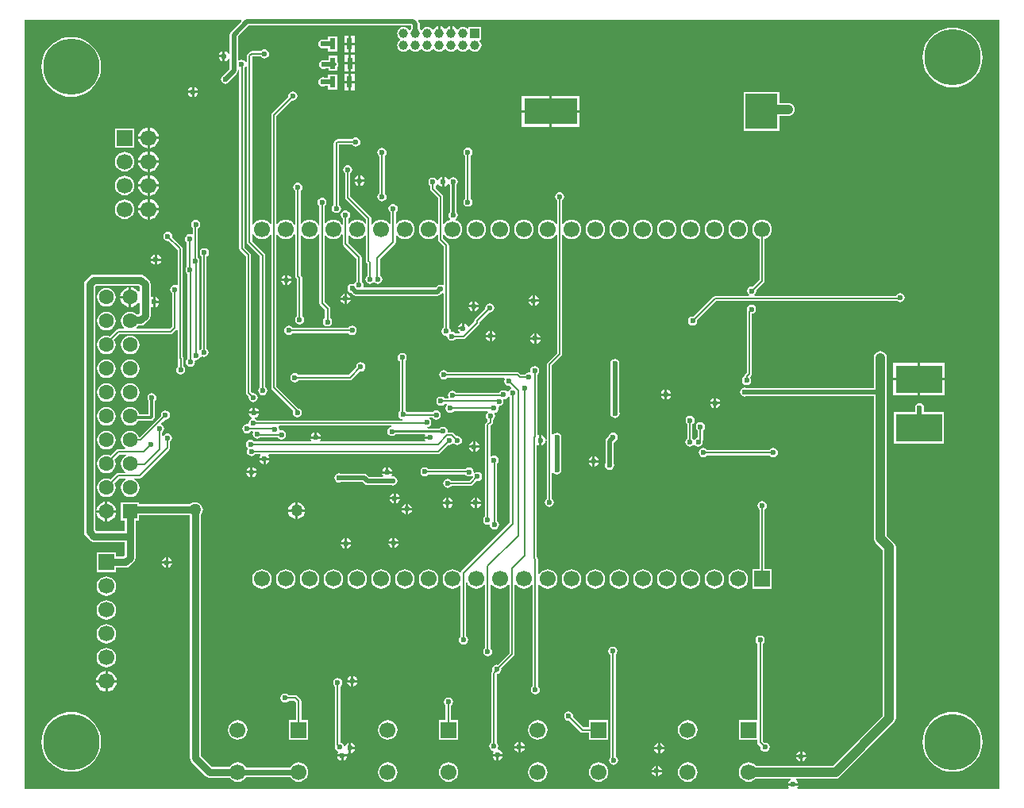
<source format=gbl>
G04*
G04 #@! TF.GenerationSoftware,Altium Limited,Altium Designer,24.4.1 (13)*
G04*
G04 Layer_Physical_Order=2*
G04 Layer_Color=16711680*
%FSLAX44Y44*%
%MOMM*%
G71*
G04*
G04 #@! TF.SameCoordinates,FF2F9DB4-C514-40A0-8A38-6625478132A2*
G04*
G04*
G04 #@! TF.FilePolarity,Positive*
G04*
G01*
G75*
%ADD10C,0.2000*%
%ADD11C,0.6000*%
%ADD12C,0.3000*%
%ADD13C,0.2500*%
%ADD56C,0.1800*%
%ADD57C,0.5000*%
%ADD60C,0.8000*%
%ADD62C,1.0000*%
%ADD64C,1.7000*%
%ADD65R,1.7000X1.7000*%
%ADD66C,6.0000*%
%ADD67C,1.0000*%
%ADD68R,1.0000X1.0000*%
%ADD69R,1.6000X1.6000*%
%ADD70C,1.6000*%
%ADD71R,1.7000X1.7000*%
%ADD72C,0.6000*%
%ADD73C,1.2700*%
%ADD74R,5.7000X2.8000*%
%ADD75R,3.5000X3.8000*%
%ADD76R,0.6000X1.2500*%
%ADD77R,5.0000X3.0000*%
G36*
X1050000Y10000D02*
X834936D01*
X834320Y11270D01*
X835219Y12614D01*
X835396Y13506D01*
X824604D01*
X824781Y12614D01*
X825680Y11270D01*
X825064Y10000D01*
X10000D01*
Y830000D01*
X241140D01*
X241626Y828827D01*
X230371Y817571D01*
X229420Y816148D01*
X229086Y814471D01*
Y794100D01*
X228916Y794034D01*
X227816Y793889D01*
X226744Y795494D01*
X224912Y796719D01*
X224020Y796896D01*
Y791500D01*
Y786104D01*
X224912Y786281D01*
X226744Y787506D01*
X227816Y789111D01*
X228916Y788966D01*
X229086Y788900D01*
Y777537D01*
X222869Y771320D01*
X222627Y771272D01*
X221039Y770211D01*
X219979Y768623D01*
X219606Y766750D01*
X219979Y764877D01*
X221039Y763289D01*
X222627Y762228D01*
X224500Y761856D01*
X226373Y762228D01*
X227961Y763289D01*
X229021Y764877D01*
X229070Y765119D01*
X236571Y772621D01*
X237521Y774043D01*
X237855Y775721D01*
Y776708D01*
X239125Y777427D01*
X239145Y777415D01*
Y586276D01*
X239363Y585183D01*
X239981Y584257D01*
X246145Y578093D01*
Y432276D01*
X246362Y431184D01*
X246981Y430257D01*
X249248Y427990D01*
X249106Y427276D01*
X249478Y425403D01*
X250539Y423815D01*
X252127Y422755D01*
X254000Y422382D01*
X255873Y422755D01*
X257461Y423815D01*
X258521Y425403D01*
X258894Y427276D01*
X258521Y429149D01*
X257461Y430737D01*
X255873Y431797D01*
X254000Y432170D01*
X253286Y432028D01*
X251855Y433459D01*
Y579276D01*
X251637Y580368D01*
X251019Y581295D01*
X244855Y587459D01*
Y779138D01*
X245231Y779389D01*
X246027Y780582D01*
X247297Y780196D01*
Y593112D01*
X247514Y592020D01*
X248133Y591093D01*
X261267Y577960D01*
Y438481D01*
X260661Y438077D01*
X259601Y436489D01*
X259228Y434616D01*
X259601Y432743D01*
X260661Y431155D01*
X262249Y430094D01*
X264122Y429722D01*
X265995Y430094D01*
X267583Y431155D01*
X268643Y432743D01*
X269016Y434616D01*
X268643Y436489D01*
X267583Y438077D01*
X266977Y438481D01*
Y579142D01*
X266759Y580234D01*
X266141Y581161D01*
X253007Y594295D01*
Y601392D01*
X254277Y601645D01*
X254303Y601582D01*
X255954Y599430D01*
X258106Y597779D01*
X260611Y596741D01*
X263300Y596387D01*
X265989Y596741D01*
X268494Y597779D01*
X270646Y599430D01*
X271925Y601097D01*
X273195Y600666D01*
Y437928D01*
X273412Y436836D01*
X274031Y435909D01*
X296840Y413100D01*
X296684Y412867D01*
X296312Y410994D01*
X296684Y409121D01*
X297745Y407533D01*
X299333Y406473D01*
X301206Y406100D01*
X303079Y406473D01*
X304667Y407533D01*
X305728Y409121D01*
X306100Y410994D01*
X305728Y412867D01*
X304667Y414455D01*
X303079Y415516D01*
X302356Y415659D01*
X278905Y439110D01*
Y600536D01*
X280175Y600967D01*
X281354Y599430D01*
X283506Y597779D01*
X286011Y596741D01*
X288700Y596387D01*
X291389Y596741D01*
X293894Y597779D01*
X296046Y599430D01*
X297589Y601441D01*
X298075Y601420D01*
X298859Y601084D01*
Y556812D01*
X299076Y555719D01*
X299695Y554793D01*
X300745Y553744D01*
Y514065D01*
X300139Y513661D01*
X299079Y512073D01*
X298706Y510200D01*
X299079Y508327D01*
X300139Y506740D01*
X301727Y505679D01*
X303600Y505306D01*
X305473Y505679D01*
X307061Y506740D01*
X308121Y508327D01*
X308494Y510200D01*
X308121Y512073D01*
X307061Y513661D01*
X306455Y514065D01*
Y554926D01*
X306238Y556018D01*
X305619Y556945D01*
X304569Y557994D01*
Y600191D01*
X305839Y600622D01*
X306754Y599430D01*
X308906Y597779D01*
X311411Y596741D01*
X314100Y596387D01*
X316789Y596741D01*
X319294Y597779D01*
X321446Y599430D01*
X323097Y601582D01*
X323375Y602253D01*
X324645Y602001D01*
Y528026D01*
X324863Y526934D01*
X325481Y526007D01*
X330395Y521093D01*
Y511891D01*
X329789Y511487D01*
X328728Y509899D01*
X328356Y508026D01*
X328728Y506153D01*
X329789Y504565D01*
X331377Y503504D01*
X333250Y503132D01*
X335123Y503504D01*
X336711Y504565D01*
X337771Y506153D01*
X338144Y508026D01*
X337771Y509899D01*
X336711Y511487D01*
X336105Y511891D01*
Y522276D01*
X335887Y523368D01*
X335269Y524295D01*
X330355Y529208D01*
Y599688D01*
X331625Y600120D01*
X332154Y599430D01*
X334306Y597779D01*
X336811Y596741D01*
X339500Y596387D01*
X342189Y596741D01*
X344694Y597779D01*
X346846Y599430D01*
X348375Y601423D01*
X348944Y601383D01*
X349645Y601070D01*
Y591276D01*
X349863Y590183D01*
X350481Y589257D01*
X364137Y575602D01*
Y551257D01*
X363531Y550853D01*
X362471Y549265D01*
X362420Y549009D01*
X360998Y548372D01*
X359500Y548670D01*
X357627Y548298D01*
X356039Y547237D01*
X354978Y545649D01*
X354606Y543776D01*
X354978Y541903D01*
X356039Y540315D01*
X357627Y539254D01*
X358207Y539139D01*
X360354Y536992D01*
X361777Y536041D01*
X363455Y535708D01*
X450607D01*
X452285Y536041D01*
X453708Y536992D01*
X454899Y538183D01*
X455479Y538298D01*
X455875Y538563D01*
X457145Y537884D01*
Y501891D01*
X456539Y501487D01*
X455479Y499899D01*
X455106Y498026D01*
X455479Y496153D01*
X456539Y494565D01*
X458127Y493504D01*
X459691Y493194D01*
X460904Y492782D01*
X461277Y490909D01*
X462337Y489321D01*
X463925Y488260D01*
X465798Y487888D01*
X467671Y488260D01*
X469259Y489321D01*
X469663Y489927D01*
X478429D01*
X479521Y490145D01*
X480448Y490763D01*
X494661Y504976D01*
X495280Y505903D01*
X495497Y506995D01*
Y507775D01*
X505723Y518002D01*
X506438Y517860D01*
X508311Y518232D01*
X509899Y519293D01*
X510960Y520881D01*
X511332Y522754D01*
X510960Y524627D01*
X509899Y526215D01*
X508311Y527276D01*
X506438Y527648D01*
X504565Y527276D01*
X502977Y526215D01*
X501917Y524627D01*
X501544Y522754D01*
X501686Y522039D01*
X490623Y510977D01*
X490004Y510050D01*
X489787Y508958D01*
Y508178D01*
X484470Y502861D01*
X483255Y503229D01*
X483219Y503412D01*
X481994Y505244D01*
X480162Y506469D01*
X479270Y506646D01*
Y501250D01*
X478000D01*
Y499980D01*
X472604D01*
X472781Y499088D01*
X474006Y497256D01*
X474528Y496907D01*
X474143Y495637D01*
X469663D01*
X469259Y496243D01*
X467671Y497304D01*
X466107Y497615D01*
X464894Y498026D01*
X464521Y499899D01*
X463461Y501487D01*
X462855Y501891D01*
Y589766D01*
X462637Y590858D01*
X462019Y591785D01*
X456715Y597089D01*
Y600522D01*
X457985Y600954D01*
X459154Y599430D01*
X461306Y597779D01*
X463811Y596741D01*
X466500Y596387D01*
X469189Y596741D01*
X471694Y597779D01*
X473846Y599430D01*
X475497Y601582D01*
X476535Y604087D01*
X476889Y606776D01*
X476535Y609465D01*
X475497Y611970D01*
X473846Y614122D01*
X471694Y615773D01*
X470149Y616413D01*
X470008Y617846D01*
X470711Y618315D01*
X471772Y619903D01*
X472144Y621776D01*
X471772Y623649D01*
X470711Y625237D01*
X470615Y625301D01*
Y654001D01*
X470711Y654065D01*
X471772Y655653D01*
X472144Y657526D01*
X471772Y659399D01*
X470711Y660987D01*
X469123Y662048D01*
X467250Y662420D01*
X465377Y662048D01*
X463789Y660987D01*
X463052Y659883D01*
X462873Y659830D01*
X461631Y659897D01*
X460648Y661368D01*
X458816Y662593D01*
X457924Y662770D01*
Y657374D01*
Y651978D01*
X458816Y652155D01*
X460648Y653380D01*
X461684Y654930D01*
X462711Y655102D01*
X463134Y655046D01*
X463789Y654065D01*
X463885Y654001D01*
Y625301D01*
X463789Y625237D01*
X462729Y623649D01*
X462356Y621776D01*
X462729Y619903D01*
X463789Y618315D01*
X464072Y618126D01*
X463836Y616935D01*
X463777Y616796D01*
X461306Y615773D01*
X459154Y614122D01*
X457985Y612598D01*
X456715Y613030D01*
Y641626D01*
X456497Y642719D01*
X455879Y643645D01*
X448587Y650937D01*
Y653255D01*
X449193Y653659D01*
X450161Y655109D01*
X450890Y655168D01*
X451517Y655090D01*
X452660Y653380D01*
X454492Y652155D01*
X455384Y651978D01*
Y657374D01*
Y662770D01*
X454492Y662593D01*
X452660Y661368D01*
X451435Y659536D01*
X451405Y659382D01*
X451133Y659290D01*
X450083Y659248D01*
X449193Y660581D01*
X447605Y661641D01*
X445732Y662014D01*
X443859Y661641D01*
X442271Y660581D01*
X441211Y658993D01*
X440838Y657120D01*
X441211Y655247D01*
X442271Y653659D01*
X442877Y653255D01*
Y649754D01*
X443094Y648661D01*
X443713Y647735D01*
X451005Y640443D01*
Y612873D01*
X449735Y612442D01*
X448446Y614122D01*
X446294Y615773D01*
X443789Y616811D01*
X441100Y617165D01*
X438411Y616811D01*
X435906Y615773D01*
X433754Y614122D01*
X432103Y611970D01*
X431065Y609465D01*
X430711Y606776D01*
X431065Y604087D01*
X432103Y601582D01*
X433754Y599430D01*
X435906Y597779D01*
X438411Y596741D01*
X441100Y596387D01*
X443789Y596741D01*
X446294Y597779D01*
X448446Y599430D01*
X449735Y601110D01*
X451005Y600679D01*
Y595906D01*
X451222Y594813D01*
X451841Y593887D01*
X457145Y588583D01*
Y547756D01*
X455875Y547077D01*
X455479Y547341D01*
X453606Y547714D01*
X451733Y547341D01*
X450145Y546281D01*
X449239Y544923D01*
X448791Y544476D01*
X372228D01*
X371559Y545746D01*
X371886Y547392D01*
X371513Y549265D01*
X370453Y550853D01*
X369847Y551257D01*
Y576784D01*
X369630Y577877D01*
X369011Y578803D01*
X355355Y592459D01*
Y600210D01*
X356625Y600641D01*
X357554Y599430D01*
X359706Y597779D01*
X362211Y596741D01*
X364900Y596387D01*
X367589Y596741D01*
X370094Y597779D01*
X372246Y599430D01*
X373125Y600576D01*
X374395Y600145D01*
Y572950D01*
X374613Y571857D01*
X375231Y570931D01*
X375645Y570517D01*
Y557370D01*
X375039Y556965D01*
X373979Y555377D01*
X373606Y553504D01*
X373979Y551632D01*
X375039Y550044D01*
X376627Y548983D01*
X378500Y548610D01*
X380373Y548983D01*
X381961Y550044D01*
X382115Y550275D01*
X383385D01*
X383539Y550044D01*
X385127Y548983D01*
X387000Y548610D01*
X388873Y548983D01*
X390461Y550044D01*
X391521Y551632D01*
X391894Y553504D01*
X391521Y555377D01*
X390461Y556965D01*
X389405Y557671D01*
Y575144D01*
X405269Y591007D01*
X405887Y591934D01*
X406105Y593026D01*
Y600275D01*
X407375Y600706D01*
X408354Y599430D01*
X410506Y597779D01*
X413011Y596741D01*
X415700Y596387D01*
X418389Y596741D01*
X420894Y597779D01*
X423046Y599430D01*
X424697Y601582D01*
X425735Y604087D01*
X426089Y606776D01*
X425735Y609465D01*
X424697Y611970D01*
X423046Y614122D01*
X420894Y615773D01*
X418389Y616811D01*
X415700Y617165D01*
X413011Y616811D01*
X410506Y615773D01*
X408354Y614122D01*
X407375Y612846D01*
X406105Y613277D01*
Y625161D01*
X406711Y625565D01*
X407771Y627153D01*
X408144Y629026D01*
X407771Y630899D01*
X406711Y632487D01*
X405123Y633548D01*
X403250Y633920D01*
X401377Y633548D01*
X399789Y632487D01*
X398728Y630899D01*
X398356Y629026D01*
X398728Y627153D01*
X399789Y625565D01*
X400395Y625161D01*
Y612532D01*
X400029Y612345D01*
X399125Y612194D01*
X397646Y614122D01*
X395494Y615773D01*
X392989Y616811D01*
X390300Y617165D01*
X387611Y616811D01*
X385106Y615773D01*
X382954Y614122D01*
X381375Y612064D01*
X381236Y612061D01*
X380105Y612837D01*
Y618276D01*
X379888Y619369D01*
X379269Y620295D01*
X357655Y641908D01*
Y666463D01*
X358261Y666867D01*
X359322Y668455D01*
X359694Y670328D01*
X359322Y672201D01*
X358261Y673789D01*
X356673Y674849D01*
X354800Y675222D01*
X352927Y674849D01*
X351339Y673789D01*
X350279Y672201D01*
X349906Y670328D01*
X350279Y668455D01*
X351339Y666867D01*
X351945Y666463D01*
Y640726D01*
X352163Y639633D01*
X352781Y638707D01*
X374395Y617094D01*
Y613408D01*
X373125Y612976D01*
X372246Y614122D01*
X370094Y615773D01*
X367589Y616811D01*
X364900Y617165D01*
X362211Y616811D01*
X359706Y615773D01*
X357554Y614122D01*
X356625Y612911D01*
X355355Y613342D01*
Y618411D01*
X355961Y618815D01*
X357021Y620403D01*
X357394Y622276D01*
X357021Y624149D01*
X355961Y625737D01*
X354373Y626797D01*
X352500Y627170D01*
X350627Y626797D01*
X349039Y625737D01*
X347979Y624149D01*
X347606Y622276D01*
X347979Y620403D01*
X349039Y618815D01*
X349645Y618411D01*
Y612482D01*
X348944Y612169D01*
X348375Y612129D01*
X346846Y614122D01*
X344694Y615773D01*
X342189Y616811D01*
X339500Y617165D01*
X336811Y616811D01*
X334306Y615773D01*
X332154Y614122D01*
X331625Y613433D01*
X330355Y613864D01*
Y631911D01*
X330961Y632315D01*
X332021Y633903D01*
X332394Y635776D01*
X332021Y637649D01*
X330961Y639237D01*
X329373Y640297D01*
X327500Y640670D01*
X325627Y640297D01*
X324039Y639237D01*
X322979Y637649D01*
X322606Y635776D01*
X322979Y633903D01*
X324039Y632315D01*
X324645Y631911D01*
Y611552D01*
X323375Y611299D01*
X323097Y611970D01*
X321446Y614122D01*
X319294Y615773D01*
X316789Y616811D01*
X314100Y617165D01*
X311411Y616811D01*
X308906Y615773D01*
X306754Y614122D01*
X305839Y612929D01*
X304569Y613361D01*
Y647921D01*
X305175Y648325D01*
X306236Y649913D01*
X306608Y651786D01*
X306236Y653659D01*
X305175Y655247D01*
X303587Y656308D01*
X301714Y656680D01*
X299841Y656308D01*
X298253Y655247D01*
X297192Y653659D01*
X296820Y651786D01*
X297192Y649913D01*
X298253Y648325D01*
X298859Y647921D01*
Y612468D01*
X298075Y612132D01*
X297589Y612111D01*
X296046Y614122D01*
X293894Y615773D01*
X291389Y616811D01*
X288700Y617165D01*
X286011Y616811D01*
X283506Y615773D01*
X281354Y614122D01*
X280175Y612585D01*
X278905Y613017D01*
Y727644D01*
X295536Y744274D01*
X296250Y744132D01*
X298123Y744504D01*
X299711Y745565D01*
X300772Y747153D01*
X301144Y749026D01*
X300772Y750899D01*
X299711Y752487D01*
X298123Y753548D01*
X296250Y753920D01*
X294377Y753548D01*
X292789Y752487D01*
X291728Y750899D01*
X291356Y749026D01*
X291498Y748311D01*
X274031Y730845D01*
X273412Y729919D01*
X273195Y728826D01*
Y612886D01*
X271925Y612455D01*
X270646Y614122D01*
X268494Y615773D01*
X265989Y616811D01*
X263300Y617165D01*
X260611Y616811D01*
X258106Y615773D01*
X255954Y614122D01*
X254303Y611970D01*
X254277Y611907D01*
X253007Y612160D01*
Y790656D01*
X253522Y791171D01*
X262289D01*
X262693Y790565D01*
X264281Y789504D01*
X266154Y789132D01*
X268027Y789504D01*
X269615Y790565D01*
X270676Y792153D01*
X271048Y794026D01*
X270676Y795899D01*
X269615Y797487D01*
X268027Y798548D01*
X266154Y798920D01*
X264281Y798548D01*
X262693Y797487D01*
X262289Y796881D01*
X252340D01*
X251247Y796664D01*
X250321Y796045D01*
X248133Y793857D01*
X247514Y792931D01*
X247297Y791838D01*
Y785504D01*
X246027Y785118D01*
X245231Y786311D01*
X243643Y787372D01*
X241770Y787744D01*
X239897Y787372D01*
X239125Y786855D01*
X237855Y787534D01*
Y812655D01*
X249316Y824116D01*
X422405D01*
X422766Y823755D01*
Y820983D01*
X422300Y820626D01*
X421570Y819674D01*
X421348Y819586D01*
X420252D01*
X420030Y819674D01*
X419300Y820626D01*
X417879Y821716D01*
X416225Y822401D01*
X414450Y822635D01*
X412675Y822401D01*
X411021Y821716D01*
X409600Y820626D01*
X408510Y819205D01*
X407825Y817551D01*
X407591Y815776D01*
X407825Y814001D01*
X408510Y812347D01*
X409600Y810926D01*
X410552Y810196D01*
X410640Y809974D01*
Y808878D01*
X410552Y808656D01*
X409600Y807926D01*
X408510Y806505D01*
X407825Y804851D01*
X407591Y803076D01*
X407825Y801301D01*
X408510Y799647D01*
X409600Y798226D01*
X411021Y797136D01*
X412675Y796451D01*
X414450Y796217D01*
X416225Y796451D01*
X417879Y797136D01*
X419300Y798226D01*
X420030Y799178D01*
X420252Y799266D01*
X421348D01*
X421570Y799178D01*
X422300Y798226D01*
X423721Y797136D01*
X425375Y796451D01*
X427150Y796217D01*
X428925Y796451D01*
X430579Y797136D01*
X432000Y798226D01*
X432730Y799178D01*
X432952Y799266D01*
X434048D01*
X434270Y799178D01*
X435000Y798226D01*
X436421Y797136D01*
X438075Y796451D01*
X439850Y796217D01*
X441625Y796451D01*
X443279Y797136D01*
X444700Y798226D01*
X445430Y799178D01*
X445652Y799266D01*
X446748D01*
X446970Y799178D01*
X447700Y798226D01*
X449121Y797136D01*
X450775Y796451D01*
X452550Y796217D01*
X454325Y796451D01*
X455979Y797136D01*
X457400Y798226D01*
X458130Y799178D01*
X458352Y799266D01*
X459448D01*
X459670Y799178D01*
X460400Y798226D01*
X461821Y797136D01*
X463475Y796451D01*
X465250Y796217D01*
X467025Y796451D01*
X468679Y797136D01*
X470100Y798226D01*
X470830Y799178D01*
X471052Y799266D01*
X472148D01*
X472370Y799178D01*
X473100Y798226D01*
X474521Y797136D01*
X476175Y796451D01*
X477950Y796217D01*
X479725Y796451D01*
X481379Y797136D01*
X482800Y798226D01*
X483530Y799178D01*
X483752Y799266D01*
X484848D01*
X485070Y799178D01*
X485800Y798226D01*
X487221Y797136D01*
X488875Y796451D01*
X490650Y796217D01*
X492425Y796451D01*
X494079Y797136D01*
X495500Y798226D01*
X496590Y799647D01*
X497275Y801301D01*
X497509Y803076D01*
X497275Y804851D01*
X496590Y806505D01*
X495668Y807706D01*
X496027Y808976D01*
X497450D01*
Y822576D01*
X483850D01*
Y821153D01*
X482580Y820794D01*
X481379Y821716D01*
X479725Y822401D01*
X477950Y822635D01*
X476175Y822401D01*
X474521Y821716D01*
X473100Y820626D01*
X472856Y820307D01*
X471266Y820322D01*
X470628Y821154D01*
X469053Y822362D01*
X467218Y823122D01*
X466520Y823214D01*
Y815776D01*
X463980D01*
Y823214D01*
X463282Y823122D01*
X461447Y822362D01*
X459872Y821154D01*
X459535Y820714D01*
X458265D01*
X457928Y821154D01*
X456353Y822362D01*
X454518Y823122D01*
X453820Y823214D01*
Y815776D01*
X451280D01*
Y823214D01*
X450582Y823122D01*
X448747Y822362D01*
X447172Y821154D01*
X446534Y820322D01*
X444944Y820307D01*
X444700Y820626D01*
X443279Y821716D01*
X441625Y822401D01*
X439850Y822635D01*
X438075Y822401D01*
X436421Y821716D01*
X435000Y820626D01*
X434270Y819674D01*
X434048Y819586D01*
X432952D01*
X432730Y819674D01*
X432000Y820626D01*
X431534Y820983D01*
Y825571D01*
X431200Y827249D01*
X430250Y828671D01*
X430095Y828827D01*
X430581Y830000D01*
X1050000D01*
Y10000D01*
D02*
G37*
%LPC*%
G36*
X343550Y812576D02*
X333950D01*
Y808910D01*
X330328D01*
X330123Y809047D01*
X328250Y809420D01*
X326377Y809047D01*
X324789Y807987D01*
X323728Y806399D01*
X323356Y804526D01*
X323728Y802653D01*
X324789Y801065D01*
X326377Y800005D01*
X328250Y799632D01*
X330123Y800005D01*
X330328Y800142D01*
X333950D01*
Y796476D01*
X343550D01*
Y812576D01*
D02*
G37*
G36*
X362290Y813316D02*
X358020D01*
Y805796D01*
X362290D01*
Y813316D01*
D02*
G37*
G36*
X355480D02*
X351210D01*
Y805796D01*
X355480D01*
Y813316D01*
D02*
G37*
G36*
X362290Y803256D02*
X358020D01*
Y795736D01*
X362290D01*
Y803256D01*
D02*
G37*
G36*
X355480D02*
X351210D01*
Y795736D01*
X355480D01*
Y803256D01*
D02*
G37*
G36*
X221480Y796896D02*
X220588Y796719D01*
X218756Y795494D01*
X217531Y793662D01*
X217354Y792770D01*
X221480D01*
Y796896D01*
D02*
G37*
G36*
X343800Y791826D02*
X334200D01*
Y786910D01*
X331328D01*
X331123Y787048D01*
X329250Y787420D01*
X327377Y787048D01*
X325789Y785987D01*
X324729Y784399D01*
X324356Y782526D01*
X324729Y780653D01*
X325789Y779065D01*
X327377Y778005D01*
X329250Y777632D01*
X331123Y778005D01*
X331328Y778142D01*
X334200D01*
Y775726D01*
X343800D01*
Y780099D01*
X344300Y780848D01*
X344634Y782526D01*
X344300Y784204D01*
X343800Y784953D01*
Y791826D01*
D02*
G37*
G36*
X221480Y790230D02*
X217354D01*
X217531Y789338D01*
X218756Y787506D01*
X220588Y786281D01*
X221480Y786104D01*
Y790230D01*
D02*
G37*
G36*
X362540Y792566D02*
X358270D01*
Y785046D01*
X362540D01*
Y792566D01*
D02*
G37*
G36*
X355730D02*
X351460D01*
Y785046D01*
X355730D01*
Y792566D01*
D02*
G37*
G36*
X362540Y782506D02*
X358270D01*
Y774986D01*
X362540D01*
Y782506D01*
D02*
G37*
G36*
X355730D02*
X351460D01*
Y774986D01*
X355730D01*
Y782506D01*
D02*
G37*
G36*
X343550Y771826D02*
X333950D01*
Y768285D01*
X330515D01*
X330123Y768547D01*
X328250Y768920D01*
X326377Y768547D01*
X324789Y767487D01*
X323728Y765899D01*
X323356Y764026D01*
X323728Y762153D01*
X324789Y760565D01*
X326377Y759504D01*
X328250Y759132D01*
X330123Y759504D01*
X330141Y759517D01*
X333950D01*
Y755726D01*
X343550D01*
Y771826D01*
D02*
G37*
G36*
X362290Y772566D02*
X358020D01*
Y765046D01*
X362290D01*
Y772566D01*
D02*
G37*
G36*
X355480D02*
X351210D01*
Y765046D01*
X355480D01*
Y772566D01*
D02*
G37*
G36*
X1000000Y821898D02*
X995010Y821506D01*
X990143Y820337D01*
X985518Y818422D01*
X981251Y815806D01*
X977445Y812555D01*
X974194Y808749D01*
X971578Y804482D01*
X969663Y799857D01*
X968494Y794990D01*
X968102Y790000D01*
X968494Y785010D01*
X969663Y780143D01*
X971578Y775518D01*
X974194Y771251D01*
X977445Y767445D01*
X981251Y764194D01*
X985518Y761578D01*
X990143Y759663D01*
X995010Y758494D01*
X1000000Y758102D01*
X1004990Y758494D01*
X1009857Y759663D01*
X1014482Y761578D01*
X1018749Y764194D01*
X1022555Y767445D01*
X1025806Y771251D01*
X1028422Y775518D01*
X1030337Y780143D01*
X1031506Y785010D01*
X1031898Y790000D01*
X1031506Y794990D01*
X1030337Y799857D01*
X1028422Y804482D01*
X1025806Y808749D01*
X1022555Y812555D01*
X1018749Y815806D01*
X1014482Y818422D01*
X1009857Y820337D01*
X1004990Y821506D01*
X1000000Y821898D01*
D02*
G37*
G36*
X362290Y762506D02*
X358020D01*
Y754986D01*
X362290D01*
Y762506D01*
D02*
G37*
G36*
X355480D02*
X351210D01*
Y754986D01*
X355480D01*
Y762506D01*
D02*
G37*
G36*
X191020Y758646D02*
Y754520D01*
X195146D01*
X194968Y755412D01*
X193744Y757244D01*
X191912Y758469D01*
X191020Y758646D01*
D02*
G37*
G36*
X188480D02*
X187588Y758469D01*
X185756Y757244D01*
X184531Y755412D01*
X184354Y754520D01*
X188480D01*
Y758646D01*
D02*
G37*
G36*
X60000Y811898D02*
X55010Y811506D01*
X50143Y810337D01*
X45518Y808422D01*
X41251Y805806D01*
X37445Y802555D01*
X34194Y798749D01*
X31578Y794482D01*
X29663Y789857D01*
X28494Y784990D01*
X28102Y780000D01*
X28494Y775010D01*
X29663Y770143D01*
X31578Y765518D01*
X34194Y761251D01*
X37445Y757445D01*
X41251Y754194D01*
X45518Y751578D01*
X50143Y749663D01*
X55010Y748494D01*
X60000Y748102D01*
X64990Y748494D01*
X69857Y749663D01*
X74482Y751578D01*
X78749Y754194D01*
X82556Y757445D01*
X85806Y761251D01*
X88422Y765518D01*
X90337Y770143D01*
X91506Y775010D01*
X91898Y780000D01*
X91506Y784990D01*
X90337Y789857D01*
X88422Y794482D01*
X85806Y798749D01*
X82556Y802555D01*
X78749Y805806D01*
X74482Y808422D01*
X69857Y810337D01*
X64990Y811506D01*
X60000Y811898D01*
D02*
G37*
G36*
X195146Y751980D02*
X191020D01*
Y747854D01*
X191912Y748031D01*
X193744Y749256D01*
X194968Y751088D01*
X195146Y751980D01*
D02*
G37*
G36*
X188480D02*
X184354D01*
X184531Y751088D01*
X185756Y749256D01*
X187588Y748031D01*
X188480Y747854D01*
Y751980D01*
D02*
G37*
G36*
X602290Y749316D02*
X572520D01*
Y734046D01*
X602290D01*
Y749316D01*
D02*
G37*
G36*
X569980D02*
X540210D01*
Y734046D01*
X569980D01*
Y749316D01*
D02*
G37*
G36*
X602290Y731506D02*
X572520D01*
Y716236D01*
X602290D01*
Y731506D01*
D02*
G37*
G36*
X569980D02*
X540210D01*
Y716236D01*
X569980D01*
Y731506D01*
D02*
G37*
G36*
X815550Y753576D02*
X776950D01*
Y711976D01*
X815550D01*
Y727731D01*
X824700D01*
X826475Y727965D01*
X828129Y728650D01*
X829550Y729740D01*
X830640Y731161D01*
X831325Y732815D01*
X831559Y734590D01*
X831325Y736365D01*
X830640Y738019D01*
X829550Y739440D01*
X828129Y740530D01*
X826475Y741215D01*
X824700Y741449D01*
X815550D01*
Y753576D01*
D02*
G37*
G36*
X143670Y715218D02*
Y705520D01*
X153368D01*
X153156Y707132D01*
X152043Y709818D01*
X150274Y712124D01*
X147968Y713893D01*
X145282Y715006D01*
X143670Y715218D01*
D02*
G37*
G36*
X141130D02*
X139518Y715006D01*
X136832Y713893D01*
X134526Y712124D01*
X132757Y709818D01*
X131644Y707132D01*
X131432Y705520D01*
X141130D01*
Y715218D01*
D02*
G37*
G36*
X363500Y704920D02*
X361627Y704548D01*
X360039Y703487D01*
X359635Y702881D01*
X343922D01*
X342829Y702663D01*
X341903Y702045D01*
X340731Y700873D01*
X340112Y699947D01*
X339895Y698854D01*
Y632891D01*
X339289Y632487D01*
X338228Y630899D01*
X337856Y629026D01*
X338228Y627153D01*
X339289Y625565D01*
X340877Y624505D01*
X342750Y624132D01*
X344623Y624505D01*
X346211Y625565D01*
X347271Y627153D01*
X347644Y629026D01*
X347271Y630899D01*
X346211Y632487D01*
X345605Y632891D01*
Y697171D01*
X359635D01*
X360039Y696565D01*
X361627Y695505D01*
X363500Y695132D01*
X365373Y695505D01*
X366961Y696565D01*
X368022Y698153D01*
X368394Y700026D01*
X368022Y701899D01*
X366961Y703487D01*
X365373Y704548D01*
X363500Y704920D01*
D02*
G37*
G36*
X127300Y714550D02*
X106700D01*
Y693950D01*
X127300D01*
Y714550D01*
D02*
G37*
G36*
X153368Y702980D02*
X143670D01*
Y693282D01*
X145282Y693494D01*
X147968Y694607D01*
X150274Y696376D01*
X152043Y698682D01*
X153156Y701368D01*
X153368Y702980D01*
D02*
G37*
G36*
X141130D02*
X131432D01*
X131644Y701368D01*
X132757Y698682D01*
X134526Y696376D01*
X136832Y694607D01*
X139518Y693494D01*
X141130Y693282D01*
Y702980D01*
D02*
G37*
G36*
X143670Y689818D02*
Y680120D01*
X153368D01*
X153156Y681732D01*
X152043Y684418D01*
X150274Y686724D01*
X147968Y688493D01*
X145282Y689606D01*
X143670Y689818D01*
D02*
G37*
G36*
X141130D02*
X139518Y689606D01*
X136832Y688493D01*
X134526Y686724D01*
X132757Y684418D01*
X131644Y681732D01*
X131432Y680120D01*
X141130D01*
Y689818D01*
D02*
G37*
G36*
X117000Y689239D02*
X114311Y688885D01*
X111806Y687847D01*
X109654Y686196D01*
X108003Y684044D01*
X106965Y681539D01*
X106611Y678850D01*
X106965Y676161D01*
X108003Y673656D01*
X109654Y671504D01*
X111806Y669853D01*
X114311Y668815D01*
X117000Y668461D01*
X119689Y668815D01*
X122194Y669853D01*
X124346Y671504D01*
X125997Y673656D01*
X127035Y676161D01*
X127389Y678850D01*
X127035Y681539D01*
X125997Y684044D01*
X124346Y686196D01*
X122194Y687847D01*
X119689Y688885D01*
X117000Y689239D01*
D02*
G37*
G36*
X153368Y677580D02*
X143670D01*
Y667882D01*
X145282Y668094D01*
X147968Y669207D01*
X150274Y670976D01*
X152043Y673282D01*
X153156Y675968D01*
X153368Y677580D01*
D02*
G37*
G36*
X141130D02*
X131432D01*
X131644Y675968D01*
X132757Y673282D01*
X134526Y670976D01*
X136832Y669207D01*
X139518Y668094D01*
X141130Y667882D01*
Y677580D01*
D02*
G37*
G36*
X368770Y664040D02*
Y659914D01*
X372896D01*
X372719Y660806D01*
X371494Y662638D01*
X369662Y663863D01*
X368770Y664040D01*
D02*
G37*
G36*
X366230D02*
X365338Y663863D01*
X363506Y662638D01*
X362281Y660806D01*
X362104Y659914D01*
X366230D01*
Y664040D01*
D02*
G37*
G36*
X143670Y664418D02*
Y654720D01*
X153368D01*
X153156Y656332D01*
X152043Y659018D01*
X150274Y661324D01*
X147968Y663093D01*
X145282Y664206D01*
X143670Y664418D01*
D02*
G37*
G36*
X141130D02*
X139518Y664206D01*
X136832Y663093D01*
X134526Y661324D01*
X132757Y659018D01*
X131644Y656332D01*
X131432Y654720D01*
X141130D01*
Y664418D01*
D02*
G37*
G36*
X372896Y657374D02*
X368770D01*
Y653248D01*
X369662Y653425D01*
X371494Y654650D01*
X372719Y656482D01*
X372896Y657374D01*
D02*
G37*
G36*
X366230D02*
X362104D01*
X362281Y656482D01*
X363506Y654650D01*
X365338Y653425D01*
X366230Y653248D01*
Y657374D01*
D02*
G37*
G36*
X117000Y663839D02*
X114311Y663485D01*
X111806Y662447D01*
X109654Y660796D01*
X108003Y658644D01*
X106965Y656139D01*
X106611Y653450D01*
X106965Y650761D01*
X108003Y648256D01*
X109654Y646104D01*
X111806Y644453D01*
X114311Y643415D01*
X117000Y643061D01*
X119689Y643415D01*
X122194Y644453D01*
X124346Y646104D01*
X125997Y648256D01*
X127035Y650761D01*
X127389Y653450D01*
X127035Y656139D01*
X125997Y658644D01*
X124346Y660796D01*
X122194Y662447D01*
X119689Y663485D01*
X117000Y663839D01*
D02*
G37*
G36*
X153368Y652180D02*
X143670D01*
Y642482D01*
X145282Y642694D01*
X147968Y643807D01*
X150274Y645576D01*
X152043Y647882D01*
X153156Y650568D01*
X153368Y652180D01*
D02*
G37*
G36*
X141130D02*
X131432D01*
X131644Y650568D01*
X132757Y647882D01*
X134526Y645576D01*
X136832Y643807D01*
X139518Y642694D01*
X141130Y642482D01*
Y652180D01*
D02*
G37*
G36*
X391376Y693764D02*
X389503Y693391D01*
X387915Y692331D01*
X386855Y690743D01*
X386482Y688870D01*
X386855Y686997D01*
X387915Y685409D01*
X388521Y685005D01*
Y645491D01*
X387915Y645087D01*
X386855Y643499D01*
X386482Y641626D01*
X386855Y639753D01*
X387915Y638165D01*
X389503Y637104D01*
X391376Y636732D01*
X393249Y637104D01*
X394837Y638165D01*
X395897Y639753D01*
X396270Y641626D01*
X395897Y643499D01*
X394837Y645087D01*
X394231Y645491D01*
Y685005D01*
X394837Y685409D01*
X395897Y686997D01*
X396270Y688870D01*
X395897Y690743D01*
X394837Y692331D01*
X393249Y693391D01*
X391376Y693764D01*
D02*
G37*
G36*
X483062Y694026D02*
X481189Y693653D01*
X479601Y692593D01*
X478540Y691005D01*
X478168Y689132D01*
X478540Y687259D01*
X479601Y685671D01*
X480207Y685267D01*
Y639641D01*
X479601Y639237D01*
X478540Y637649D01*
X478168Y635776D01*
X478540Y633903D01*
X479601Y632315D01*
X481189Y631255D01*
X483062Y630882D01*
X484935Y631255D01*
X486523Y632315D01*
X487584Y633903D01*
X487956Y635776D01*
X487584Y637649D01*
X486523Y639237D01*
X485917Y639641D01*
Y685267D01*
X486523Y685671D01*
X487584Y687259D01*
X487956Y689132D01*
X487584Y691005D01*
X486523Y692593D01*
X484935Y693653D01*
X483062Y694026D01*
D02*
G37*
G36*
X143670Y639018D02*
Y629320D01*
X153368D01*
X153156Y630932D01*
X152043Y633618D01*
X150274Y635924D01*
X147968Y637693D01*
X145282Y638806D01*
X143670Y639018D01*
D02*
G37*
G36*
X141130D02*
X139518Y638806D01*
X136832Y637693D01*
X134526Y635924D01*
X132757Y633618D01*
X131644Y630932D01*
X131432Y629320D01*
X141130D01*
Y639018D01*
D02*
G37*
G36*
X117000Y638439D02*
X114311Y638085D01*
X111806Y637047D01*
X109654Y635396D01*
X108003Y633244D01*
X106965Y630739D01*
X106611Y628050D01*
X106965Y625361D01*
X108003Y622856D01*
X109654Y620704D01*
X111806Y619053D01*
X114311Y618015D01*
X117000Y617661D01*
X119689Y618015D01*
X122194Y619053D01*
X124346Y620704D01*
X125997Y622856D01*
X127035Y625361D01*
X127389Y628050D01*
X127035Y630739D01*
X125997Y633244D01*
X124346Y635396D01*
X122194Y637047D01*
X119689Y638085D01*
X117000Y638439D01*
D02*
G37*
G36*
X153368Y626780D02*
X143670D01*
Y617082D01*
X145282Y617294D01*
X147968Y618407D01*
X150274Y620176D01*
X152043Y622482D01*
X153156Y625168D01*
X153368Y626780D01*
D02*
G37*
G36*
X141130D02*
X131432D01*
X131644Y625168D01*
X132757Y622482D01*
X134526Y620176D01*
X136832Y618407D01*
X139518Y617294D01*
X141130Y617082D01*
Y626780D01*
D02*
G37*
G36*
X580860Y646520D02*
X578987Y646148D01*
X577399Y645087D01*
X576339Y643499D01*
X575966Y641626D01*
X576339Y639753D01*
X577399Y638165D01*
X578005Y637761D01*
Y612873D01*
X576735Y612442D01*
X575446Y614122D01*
X573294Y615773D01*
X570789Y616811D01*
X568100Y617165D01*
X565411Y616811D01*
X562906Y615773D01*
X560754Y614122D01*
X559103Y611970D01*
X558065Y609465D01*
X557711Y606776D01*
X558065Y604087D01*
X559103Y601582D01*
X560754Y599430D01*
X562906Y597779D01*
X565411Y596741D01*
X568100Y596387D01*
X570789Y596741D01*
X573294Y597779D01*
X575446Y599430D01*
X576735Y601110D01*
X578005Y600679D01*
Y474948D01*
X567919Y464862D01*
X567300Y463936D01*
X567083Y462843D01*
Y382227D01*
X565813Y382102D01*
X565705Y382644D01*
X565448Y383938D01*
X564224Y385770D01*
X562391Y386995D01*
X561499Y387172D01*
Y381776D01*
Y376380D01*
X562391Y376557D01*
X564224Y377782D01*
X565448Y379614D01*
X565705Y380908D01*
X565813Y381450D01*
X567083Y381325D01*
Y319355D01*
X566477Y318951D01*
X565416Y317363D01*
X565044Y315490D01*
X565416Y313617D01*
X566477Y312029D01*
X568065Y310968D01*
X569938Y310596D01*
X571811Y310968D01*
X573399Y312029D01*
X574459Y313617D01*
X574832Y315490D01*
X574459Y317363D01*
X573399Y318951D01*
X572793Y319355D01*
Y347143D01*
X574063Y347529D01*
X574539Y346815D01*
X576127Y345755D01*
X578000Y345382D01*
X579873Y345755D01*
X581461Y346815D01*
X582522Y348403D01*
X582894Y350276D01*
X582522Y352149D01*
X582384Y352354D01*
Y382698D01*
X582522Y382903D01*
X582894Y384776D01*
X582522Y386649D01*
X581461Y388237D01*
X579873Y389297D01*
X578000Y389670D01*
X576127Y389297D01*
X574539Y388237D01*
X574063Y387523D01*
X572793Y387909D01*
Y461661D01*
X582879Y471746D01*
X583498Y472673D01*
X583715Y473765D01*
Y600522D01*
X584985Y600954D01*
X586154Y599430D01*
X588306Y597779D01*
X590811Y596741D01*
X593500Y596387D01*
X596189Y596741D01*
X598694Y597779D01*
X600846Y599430D01*
X602497Y601582D01*
X603535Y604087D01*
X603889Y606776D01*
X603535Y609465D01*
X602497Y611970D01*
X600846Y614122D01*
X598694Y615773D01*
X596189Y616811D01*
X593500Y617165D01*
X590811Y616811D01*
X588306Y615773D01*
X586154Y614122D01*
X584985Y612598D01*
X583715Y613030D01*
Y637761D01*
X584321Y638165D01*
X585382Y639753D01*
X585754Y641626D01*
X585382Y643499D01*
X584321Y645087D01*
X582733Y646148D01*
X580860Y646520D01*
D02*
G37*
G36*
X192750Y616894D02*
X190877Y616521D01*
X189289Y615461D01*
X188228Y613873D01*
X187856Y612000D01*
X188228Y610127D01*
X189289Y608539D01*
X189520Y608385D01*
Y601698D01*
X188250Y601019D01*
X187873Y601272D01*
X186000Y601644D01*
X184127Y601272D01*
X182539Y600211D01*
X181479Y598623D01*
X181106Y596750D01*
X181479Y594877D01*
X182539Y593289D01*
X183345Y592751D01*
Y566998D01*
X183289Y566961D01*
X182229Y565373D01*
X181856Y563500D01*
X182229Y561627D01*
X183289Y560039D01*
X184020Y559551D01*
Y468782D01*
X183539Y468461D01*
X182479Y466873D01*
X182106Y465000D01*
X182479Y463127D01*
X183539Y461539D01*
X185127Y460479D01*
X187000Y460106D01*
X188873Y460479D01*
X190461Y461539D01*
X191521Y463127D01*
X191894Y465000D01*
X191670Y466125D01*
X192704Y467215D01*
X193250Y467106D01*
X195123Y467478D01*
X196711Y468539D01*
X197771Y470127D01*
X197876Y470654D01*
X199287Y471239D01*
X199677Y470979D01*
X201550Y470606D01*
X203423Y470979D01*
X205011Y472039D01*
X206071Y473627D01*
X206444Y475500D01*
X206071Y477373D01*
X205011Y478961D01*
X204480Y479315D01*
Y577634D01*
X205461Y578289D01*
X206521Y579877D01*
X206894Y581750D01*
X206521Y583623D01*
X205461Y585211D01*
X203873Y586272D01*
X202000Y586644D01*
X200127Y586272D01*
X198539Y585211D01*
X197479Y583623D01*
X197106Y581750D01*
X197479Y579877D01*
X198539Y578289D01*
X198770Y578135D01*
Y479415D01*
X198089Y478961D01*
X197375Y477891D01*
X196105Y478276D01*
Y569328D01*
X196001Y569849D01*
X196521Y570627D01*
X196894Y572500D01*
X196521Y574373D01*
X195461Y575961D01*
X195230Y576115D01*
Y607884D01*
X196211Y608539D01*
X197271Y610127D01*
X197644Y612000D01*
X197271Y613873D01*
X196211Y615461D01*
X194623Y616521D01*
X192750Y616894D01*
D02*
G37*
G36*
X771300Y617165D02*
X768611Y616811D01*
X766106Y615773D01*
X763954Y614122D01*
X762303Y611970D01*
X761265Y609465D01*
X760911Y606776D01*
X761265Y604087D01*
X762303Y601582D01*
X763954Y599430D01*
X766106Y597779D01*
X768611Y596741D01*
X771300Y596387D01*
X773989Y596741D01*
X776494Y597779D01*
X778646Y599430D01*
X780297Y601582D01*
X781335Y604087D01*
X781689Y606776D01*
X781335Y609465D01*
X780297Y611970D01*
X778646Y614122D01*
X776494Y615773D01*
X773989Y616811D01*
X771300Y617165D01*
D02*
G37*
G36*
X745900D02*
X743211Y616811D01*
X740706Y615773D01*
X738554Y614122D01*
X736903Y611970D01*
X735865Y609465D01*
X735511Y606776D01*
X735865Y604087D01*
X736903Y601582D01*
X738554Y599430D01*
X740706Y597779D01*
X743211Y596741D01*
X745900Y596387D01*
X748589Y596741D01*
X751094Y597779D01*
X753246Y599430D01*
X754897Y601582D01*
X755935Y604087D01*
X756289Y606776D01*
X755935Y609465D01*
X754897Y611970D01*
X753246Y614122D01*
X751094Y615773D01*
X748589Y616811D01*
X745900Y617165D01*
D02*
G37*
G36*
X720500D02*
X717811Y616811D01*
X715306Y615773D01*
X713154Y614122D01*
X711503Y611970D01*
X710465Y609465D01*
X710111Y606776D01*
X710465Y604087D01*
X711503Y601582D01*
X713154Y599430D01*
X715306Y597779D01*
X717811Y596741D01*
X720500Y596387D01*
X723189Y596741D01*
X725694Y597779D01*
X727846Y599430D01*
X729497Y601582D01*
X730535Y604087D01*
X730889Y606776D01*
X730535Y609465D01*
X729497Y611970D01*
X727846Y614122D01*
X725694Y615773D01*
X723189Y616811D01*
X720500Y617165D01*
D02*
G37*
G36*
X695100D02*
X692411Y616811D01*
X689906Y615773D01*
X687754Y614122D01*
X686103Y611970D01*
X685065Y609465D01*
X684711Y606776D01*
X685065Y604087D01*
X686103Y601582D01*
X687754Y599430D01*
X689906Y597779D01*
X692411Y596741D01*
X695100Y596387D01*
X697789Y596741D01*
X700294Y597779D01*
X702446Y599430D01*
X704097Y601582D01*
X705135Y604087D01*
X705489Y606776D01*
X705135Y609465D01*
X704097Y611970D01*
X702446Y614122D01*
X700294Y615773D01*
X697789Y616811D01*
X695100Y617165D01*
D02*
G37*
G36*
X669700D02*
X667011Y616811D01*
X664506Y615773D01*
X662354Y614122D01*
X660703Y611970D01*
X659665Y609465D01*
X659311Y606776D01*
X659665Y604087D01*
X660703Y601582D01*
X662354Y599430D01*
X664506Y597779D01*
X667011Y596741D01*
X669700Y596387D01*
X672389Y596741D01*
X674894Y597779D01*
X677046Y599430D01*
X678697Y601582D01*
X679735Y604087D01*
X680089Y606776D01*
X679735Y609465D01*
X678697Y611970D01*
X677046Y614122D01*
X674894Y615773D01*
X672389Y616811D01*
X669700Y617165D01*
D02*
G37*
G36*
X644300D02*
X641611Y616811D01*
X639106Y615773D01*
X636954Y614122D01*
X635303Y611970D01*
X634265Y609465D01*
X633911Y606776D01*
X634265Y604087D01*
X635303Y601582D01*
X636954Y599430D01*
X639106Y597779D01*
X641611Y596741D01*
X644300Y596387D01*
X646989Y596741D01*
X649494Y597779D01*
X651646Y599430D01*
X653297Y601582D01*
X654335Y604087D01*
X654689Y606776D01*
X654335Y609465D01*
X653297Y611970D01*
X651646Y614122D01*
X649494Y615773D01*
X646989Y616811D01*
X644300Y617165D01*
D02*
G37*
G36*
X618900D02*
X616211Y616811D01*
X613706Y615773D01*
X611554Y614122D01*
X609903Y611970D01*
X608865Y609465D01*
X608511Y606776D01*
X608865Y604087D01*
X609903Y601582D01*
X611554Y599430D01*
X613706Y597779D01*
X616211Y596741D01*
X618900Y596387D01*
X621589Y596741D01*
X624094Y597779D01*
X626246Y599430D01*
X627897Y601582D01*
X628935Y604087D01*
X629289Y606776D01*
X628935Y609465D01*
X627897Y611970D01*
X626246Y614122D01*
X624094Y615773D01*
X621589Y616811D01*
X618900Y617165D01*
D02*
G37*
G36*
X542700D02*
X540011Y616811D01*
X537506Y615773D01*
X535354Y614122D01*
X533703Y611970D01*
X532665Y609465D01*
X532311Y606776D01*
X532665Y604087D01*
X533703Y601582D01*
X535354Y599430D01*
X537506Y597779D01*
X540011Y596741D01*
X542700Y596387D01*
X545389Y596741D01*
X547894Y597779D01*
X550046Y599430D01*
X551697Y601582D01*
X552735Y604087D01*
X553089Y606776D01*
X552735Y609465D01*
X551697Y611970D01*
X550046Y614122D01*
X547894Y615773D01*
X545389Y616811D01*
X542700Y617165D01*
D02*
G37*
G36*
X517300D02*
X514611Y616811D01*
X512106Y615773D01*
X509954Y614122D01*
X508303Y611970D01*
X507265Y609465D01*
X506911Y606776D01*
X507265Y604087D01*
X508303Y601582D01*
X509954Y599430D01*
X512106Y597779D01*
X514611Y596741D01*
X517300Y596387D01*
X519989Y596741D01*
X522494Y597779D01*
X524646Y599430D01*
X526297Y601582D01*
X527335Y604087D01*
X527689Y606776D01*
X527335Y609465D01*
X526297Y611970D01*
X524646Y614122D01*
X522494Y615773D01*
X519989Y616811D01*
X517300Y617165D01*
D02*
G37*
G36*
X491900D02*
X489211Y616811D01*
X486706Y615773D01*
X484554Y614122D01*
X482903Y611970D01*
X481865Y609465D01*
X481511Y606776D01*
X481865Y604087D01*
X482903Y601582D01*
X484554Y599430D01*
X486706Y597779D01*
X489211Y596741D01*
X491900Y596387D01*
X494589Y596741D01*
X497094Y597779D01*
X499246Y599430D01*
X500897Y601582D01*
X501935Y604087D01*
X502289Y606776D01*
X501935Y609465D01*
X500897Y611970D01*
X499246Y614122D01*
X497094Y615773D01*
X494589Y616811D01*
X491900Y617165D01*
D02*
G37*
G36*
X151520Y579896D02*
Y575770D01*
X155646D01*
X155469Y576662D01*
X154244Y578494D01*
X152412Y579719D01*
X151520Y579896D01*
D02*
G37*
G36*
X148980D02*
X148088Y579719D01*
X146256Y578494D01*
X145031Y576662D01*
X144854Y575770D01*
X148980D01*
Y579896D01*
D02*
G37*
G36*
X155646Y573230D02*
X151520D01*
Y569104D01*
X152412Y569282D01*
X154244Y570506D01*
X155469Y572338D01*
X155646Y573230D01*
D02*
G37*
G36*
X148980D02*
X144854D01*
X145031Y572338D01*
X146256Y570506D01*
X148088Y569282D01*
X148980Y569104D01*
Y573230D01*
D02*
G37*
G36*
X290770Y558172D02*
Y554046D01*
X294896D01*
X294719Y554938D01*
X293494Y556770D01*
X291662Y557995D01*
X290770Y558172D01*
D02*
G37*
G36*
X288230D02*
X287338Y557995D01*
X285506Y556770D01*
X284281Y554938D01*
X284104Y554046D01*
X288230D01*
Y558172D01*
D02*
G37*
G36*
X294896Y551506D02*
X290770D01*
Y547380D01*
X291662Y547557D01*
X293494Y548782D01*
X294719Y550614D01*
X294896Y551506D01*
D02*
G37*
G36*
X288230D02*
X284104D01*
X284281Y550614D01*
X285506Y548782D01*
X287338Y547557D01*
X288230Y547380D01*
Y551506D01*
D02*
G37*
G36*
X163000Y604144D02*
X161127Y603772D01*
X159539Y602711D01*
X158478Y601123D01*
X158106Y599250D01*
X158478Y597377D01*
X159539Y595789D01*
X161127Y594729D01*
X163000Y594356D01*
X163715Y594498D01*
X173345Y584868D01*
Y547711D01*
X172075Y547127D01*
X170400Y547460D01*
X168527Y547088D01*
X166939Y546027D01*
X165879Y544439D01*
X165506Y542566D01*
X165879Y540693D01*
X166939Y539105D01*
X167545Y538701D01*
Y503182D01*
X164994Y500631D01*
X129997D01*
X129589Y501833D01*
X129689Y501911D01*
X131221Y503907D01*
X134064D01*
X134064Y503907D01*
X136327Y504357D01*
X138245Y505639D01*
X142931Y510325D01*
X142932Y510325D01*
X144213Y512244D01*
X144664Y514507D01*
Y523636D01*
X145784Y524235D01*
X146088Y524031D01*
X146980Y523854D01*
Y529250D01*
Y534646D01*
X146088Y534469D01*
X145784Y534265D01*
X144664Y534864D01*
Y548198D01*
X144213Y550461D01*
X142932Y552380D01*
X142931Y552380D01*
X138245Y557066D01*
X136327Y558348D01*
X134064Y558798D01*
X134064Y558798D01*
X83992D01*
X81729Y558348D01*
X79811Y557066D01*
X79811Y557066D01*
X75124Y552380D01*
X73843Y550461D01*
X73392Y548198D01*
X73392Y548198D01*
Y284012D01*
X73392Y284012D01*
X73843Y281749D01*
X75124Y279831D01*
X79811Y275145D01*
X79811Y275144D01*
X81729Y273862D01*
X83992Y273412D01*
X116786D01*
Y258736D01*
X115564Y257514D01*
X107800D01*
Y261900D01*
X87200D01*
Y241300D01*
X107800D01*
Y245686D01*
X118014D01*
X118014Y245686D01*
X120277Y246136D01*
X122195Y247418D01*
X126882Y252105D01*
X126882Y252105D01*
X128163Y254023D01*
X128614Y256286D01*
Y279326D01*
Y295900D01*
X132500D01*
Y301586D01*
X186336D01*
Y43000D01*
X186336Y43000D01*
X186786Y40737D01*
X188068Y38818D01*
X203292Y23595D01*
X203292Y23594D01*
X205211Y22313D01*
X207474Y21862D01*
X229055D01*
X230154Y20430D01*
X232306Y18779D01*
X234811Y17741D01*
X237500Y17387D01*
X240189Y17741D01*
X242694Y18779D01*
X244846Y20430D01*
X246497Y22582D01*
X246621Y22882D01*
X293379D01*
X293503Y22582D01*
X295154Y20430D01*
X297306Y18779D01*
X299811Y17741D01*
X302500Y17387D01*
X305189Y17741D01*
X307694Y18779D01*
X309846Y20430D01*
X311497Y22582D01*
X312535Y25087D01*
X312889Y27776D01*
X312535Y30465D01*
X311497Y32970D01*
X309846Y35122D01*
X307694Y36773D01*
X305189Y37811D01*
X302500Y38165D01*
X299811Y37811D01*
X297306Y36773D01*
X295154Y35122D01*
X293503Y32970D01*
X293379Y32670D01*
X246621D01*
X246497Y32970D01*
X244846Y35122D01*
X242694Y36773D01*
X240189Y37811D01*
X237500Y38165D01*
X234811Y37811D01*
X232306Y36773D01*
X230154Y35122D01*
X229055Y33690D01*
X209923D01*
X198164Y45450D01*
Y301819D01*
X199369Y303390D01*
X200190Y305372D01*
X200470Y307500D01*
X200190Y309628D01*
X199369Y311610D01*
X198063Y313313D01*
X196360Y314619D01*
X194378Y315440D01*
X192250Y315720D01*
X190122Y315440D01*
X188140Y314619D01*
X186569Y313414D01*
X132500D01*
Y315500D01*
X112900D01*
Y295900D01*
X116786D01*
Y285240D01*
X86442D01*
X85220Y286462D01*
Y545749D01*
X86442Y546971D01*
X131614D01*
X132836Y545749D01*
Y540490D01*
X131566Y540059D01*
X130217Y541817D01*
X128015Y543507D01*
X125451Y544569D01*
X123970Y544764D01*
Y534300D01*
Y523836D01*
X125451Y524031D01*
X128015Y525093D01*
X130217Y526783D01*
X131566Y528541D01*
X132836Y528110D01*
Y516956D01*
X131614Y515734D01*
X129809D01*
X129689Y515889D01*
X127642Y517460D01*
X125258Y518448D01*
X122700Y518784D01*
X120142Y518448D01*
X117758Y517460D01*
X115711Y515889D01*
X114140Y513842D01*
X113152Y511458D01*
X112816Y508900D01*
X113152Y506342D01*
X114140Y503958D01*
X115711Y501911D01*
X115811Y501833D01*
X115403Y500631D01*
X110050D01*
X108958Y500414D01*
X108031Y499795D01*
X100867Y492630D01*
X99858Y493048D01*
X97300Y493385D01*
X94742Y493048D01*
X92358Y492060D01*
X90311Y490489D01*
X88740Y488442D01*
X87752Y486058D01*
X87416Y483500D01*
X87752Y480942D01*
X88740Y478558D01*
X90311Y476511D01*
X92358Y474940D01*
X94742Y473952D01*
X97300Y473615D01*
X99858Y473952D01*
X102242Y474940D01*
X104289Y476511D01*
X105860Y478558D01*
X106848Y480942D01*
X107184Y483500D01*
X106848Y486058D01*
X105860Y488442D01*
X105380Y489068D01*
X111233Y494921D01*
X166176D01*
X167269Y495139D01*
X168195Y495757D01*
X172075Y499637D01*
X173345Y499151D01*
Y469774D01*
X173563Y468681D01*
X173895Y468183D01*
Y460865D01*
X173289Y460461D01*
X172229Y458873D01*
X171856Y457000D01*
X172229Y455127D01*
X173289Y453539D01*
X174877Y452478D01*
X176750Y452106D01*
X178623Y452478D01*
X180211Y453539D01*
X181271Y455127D01*
X181644Y457000D01*
X181271Y458873D01*
X180211Y460461D01*
X179605Y460865D01*
Y469224D01*
X179387Y470316D01*
X179055Y470814D01*
Y586050D01*
X178838Y587142D01*
X178219Y588069D01*
X167752Y598535D01*
X167894Y599250D01*
X167521Y601123D01*
X166461Y602711D01*
X164873Y603772D01*
X163000Y604144D01*
D02*
G37*
G36*
X796700Y617165D02*
X794011Y616811D01*
X791506Y615773D01*
X789354Y614122D01*
X787703Y611970D01*
X786665Y609465D01*
X786311Y606776D01*
X786665Y604087D01*
X787703Y601582D01*
X789354Y599430D01*
X791506Y597779D01*
X793845Y596810D01*
Y553158D01*
X786464Y545778D01*
X785750Y545920D01*
X783877Y545547D01*
X782289Y544487D01*
X781228Y542899D01*
X780856Y541026D01*
X781228Y539153D01*
X782289Y537565D01*
X782910Y537151D01*
X782524Y535881D01*
X746750D01*
X745658Y535663D01*
X744731Y535045D01*
X723465Y513778D01*
X722750Y513920D01*
X720877Y513548D01*
X719289Y512487D01*
X718229Y510899D01*
X717856Y509026D01*
X718229Y507153D01*
X719289Y505565D01*
X720877Y504505D01*
X722750Y504132D01*
X724623Y504505D01*
X726211Y505565D01*
X727271Y507153D01*
X727644Y509026D01*
X727502Y509740D01*
X747933Y530171D01*
X940755D01*
X942127Y529254D01*
X944000Y528882D01*
X945873Y529254D01*
X947461Y530315D01*
X948521Y531903D01*
X948894Y533776D01*
X948521Y535649D01*
X947461Y537237D01*
X945873Y538298D01*
X944000Y538670D01*
X942127Y538298D01*
X940539Y537237D01*
X939633Y535881D01*
X788976D01*
X788590Y537151D01*
X789211Y537565D01*
X790272Y539153D01*
X790644Y541026D01*
X790502Y541740D01*
X798719Y549957D01*
X799337Y550883D01*
X799555Y551976D01*
Y596810D01*
X801894Y597779D01*
X804046Y599430D01*
X805697Y601582D01*
X806735Y604087D01*
X807089Y606776D01*
X806735Y609465D01*
X805697Y611970D01*
X804046Y614122D01*
X801894Y615773D01*
X799389Y616811D01*
X796700Y617165D01*
D02*
G37*
G36*
X121430Y544764D02*
X119949Y544569D01*
X117385Y543507D01*
X115183Y541817D01*
X113493Y539616D01*
X112431Y537052D01*
X112236Y535570D01*
X121430D01*
Y544764D01*
D02*
G37*
G36*
X353770Y538172D02*
Y534046D01*
X357896D01*
X357719Y534938D01*
X356494Y536770D01*
X354662Y537995D01*
X353770Y538172D01*
D02*
G37*
G36*
X351230D02*
X350338Y537995D01*
X348506Y536770D01*
X347281Y534938D01*
X347104Y534046D01*
X351230D01*
Y538172D01*
D02*
G37*
G36*
X554520Y536172D02*
Y532046D01*
X558646D01*
X558469Y532938D01*
X557244Y534770D01*
X555412Y535995D01*
X554520Y536172D01*
D02*
G37*
G36*
X551980D02*
X551088Y535995D01*
X549256Y534770D01*
X548031Y532938D01*
X547854Y532046D01*
X551980D01*
Y536172D01*
D02*
G37*
G36*
X149520Y534646D02*
Y530520D01*
X153646D01*
X153469Y531412D01*
X152244Y533244D01*
X150412Y534469D01*
X149520Y534646D01*
D02*
G37*
G36*
X357896Y531506D02*
X353770D01*
Y527380D01*
X354662Y527557D01*
X356494Y528782D01*
X357719Y530614D01*
X357896Y531506D01*
D02*
G37*
G36*
X351230D02*
X347104D01*
X347281Y530614D01*
X348506Y528782D01*
X350338Y527557D01*
X351230Y527380D01*
Y531506D01*
D02*
G37*
G36*
X490520Y530172D02*
Y526046D01*
X494646D01*
X494469Y526938D01*
X493244Y528770D01*
X491412Y529995D01*
X490520Y530172D01*
D02*
G37*
G36*
X487980D02*
X487088Y529995D01*
X485256Y528770D01*
X484031Y526938D01*
X483854Y526046D01*
X487980D01*
Y530172D01*
D02*
G37*
G36*
X558646Y529506D02*
X554520D01*
Y525380D01*
X555412Y525557D01*
X557244Y526782D01*
X558469Y528614D01*
X558646Y529506D01*
D02*
G37*
G36*
X551980D02*
X547854D01*
X548031Y528614D01*
X549256Y526782D01*
X551088Y525557D01*
X551980Y525380D01*
Y529506D01*
D02*
G37*
G36*
X97300Y544184D02*
X94742Y543848D01*
X92358Y542860D01*
X90311Y541289D01*
X88740Y539242D01*
X87752Y536858D01*
X87416Y534300D01*
X87752Y531742D01*
X88740Y529358D01*
X90311Y527311D01*
X92358Y525740D01*
X94742Y524752D01*
X97300Y524416D01*
X99858Y524752D01*
X102242Y525740D01*
X104289Y527311D01*
X105860Y529358D01*
X106848Y531742D01*
X107184Y534300D01*
X106848Y536858D01*
X105860Y539242D01*
X104289Y541289D01*
X102242Y542860D01*
X99858Y543848D01*
X97300Y544184D01*
D02*
G37*
G36*
X153646Y527980D02*
X149520D01*
Y523854D01*
X150412Y524031D01*
X152244Y525256D01*
X153469Y527088D01*
X153646Y527980D01*
D02*
G37*
G36*
X121430Y533030D02*
X112236D01*
X112431Y531549D01*
X113493Y528984D01*
X115183Y526783D01*
X117385Y525093D01*
X119949Y524031D01*
X121430Y523836D01*
Y533030D01*
D02*
G37*
G36*
X494646Y523506D02*
X490520D01*
Y519380D01*
X491412Y519557D01*
X493244Y520782D01*
X494469Y522614D01*
X494646Y523506D01*
D02*
G37*
G36*
X487980D02*
X483854D01*
X484031Y522614D01*
X485256Y520782D01*
X487088Y519557D01*
X487980Y519380D01*
Y523506D01*
D02*
G37*
G36*
X476730Y506646D02*
X475838Y506469D01*
X474006Y505244D01*
X472781Y503412D01*
X472604Y502520D01*
X476730D01*
Y506646D01*
D02*
G37*
G36*
X359500Y503920D02*
X357627Y503548D01*
X356039Y502487D01*
X355635Y501881D01*
X295865D01*
X295461Y502487D01*
X293873Y503548D01*
X292000Y503920D01*
X290127Y503548D01*
X288539Y502487D01*
X287479Y500899D01*
X287106Y499026D01*
X287479Y497153D01*
X288539Y495565D01*
X290127Y494505D01*
X292000Y494132D01*
X293873Y494505D01*
X295461Y495565D01*
X295865Y496171D01*
X355635D01*
X356039Y495565D01*
X357627Y494505D01*
X359500Y494132D01*
X361373Y494505D01*
X362961Y495565D01*
X364021Y497153D01*
X364394Y499026D01*
X364021Y500899D01*
X362961Y502487D01*
X361373Y503548D01*
X359500Y503920D01*
D02*
G37*
G36*
X97300Y518784D02*
X94742Y518448D01*
X92358Y517460D01*
X90311Y515889D01*
X88740Y513842D01*
X87752Y511458D01*
X87416Y508900D01*
X87752Y506342D01*
X88740Y503958D01*
X90311Y501911D01*
X92358Y500340D01*
X94742Y499352D01*
X97300Y499016D01*
X99858Y499352D01*
X102242Y500340D01*
X104289Y501911D01*
X105860Y503958D01*
X106848Y506342D01*
X107184Y508900D01*
X106848Y511458D01*
X105860Y513842D01*
X104289Y515889D01*
X102242Y517460D01*
X99858Y518448D01*
X97300Y518784D01*
D02*
G37*
G36*
X508599Y498422D02*
Y494296D01*
X512724D01*
X512547Y495188D01*
X511323Y497020D01*
X509490Y498245D01*
X508599Y498422D01*
D02*
G37*
G36*
X506059D02*
X505167Y498245D01*
X503334Y497020D01*
X502110Y495188D01*
X501933Y494296D01*
X506059D01*
Y498422D01*
D02*
G37*
G36*
X556270Y495672D02*
Y491546D01*
X560396D01*
X560219Y492438D01*
X558994Y494270D01*
X557162Y495495D01*
X556270Y495672D01*
D02*
G37*
G36*
X553730D02*
X552838Y495495D01*
X551006Y494270D01*
X549781Y492438D01*
X549604Y491546D01*
X553730D01*
Y495672D01*
D02*
G37*
G36*
X512724Y491756D02*
X508599D01*
Y487630D01*
X509490Y487807D01*
X511323Y489032D01*
X512547Y490864D01*
X512724Y491756D01*
D02*
G37*
G36*
X506059D02*
X501933D01*
X502110Y490864D01*
X503334Y489032D01*
X505167Y487807D01*
X506059Y487630D01*
Y491756D01*
D02*
G37*
G36*
X560396Y489006D02*
X556270D01*
Y484880D01*
X557162Y485057D01*
X558994Y486282D01*
X560219Y488114D01*
X560396Y489006D01*
D02*
G37*
G36*
X553730D02*
X549604D01*
X549781Y488114D01*
X551006Y486282D01*
X552838Y485057D01*
X553730Y484880D01*
Y489006D01*
D02*
G37*
G36*
X122700Y493385D02*
X120142Y493048D01*
X117758Y492060D01*
X115711Y490489D01*
X114140Y488442D01*
X113152Y486058D01*
X112816Y483500D01*
X113152Y480942D01*
X114140Y478558D01*
X115711Y476511D01*
X117758Y474940D01*
X120142Y473952D01*
X122700Y473615D01*
X125258Y473952D01*
X127642Y474940D01*
X129689Y476511D01*
X131260Y478558D01*
X132248Y480942D01*
X132584Y483500D01*
X132248Y486058D01*
X131260Y488442D01*
X129689Y490489D01*
X127642Y492060D01*
X125258Y493048D01*
X122700Y493385D01*
D02*
G37*
G36*
X368750Y464920D02*
X366877Y464548D01*
X365289Y463487D01*
X364229Y461899D01*
X363856Y460026D01*
X363998Y459311D01*
X356068Y451381D01*
X302365D01*
X301961Y451987D01*
X300373Y453047D01*
X298500Y453420D01*
X296627Y453047D01*
X295039Y451987D01*
X293979Y450399D01*
X293606Y448526D01*
X293979Y446653D01*
X295039Y445065D01*
X296627Y444005D01*
X298500Y443632D01*
X300373Y444005D01*
X301961Y445065D01*
X302365Y445671D01*
X357250D01*
X358343Y445888D01*
X359269Y446507D01*
X368036Y455274D01*
X368750Y455132D01*
X370623Y455504D01*
X372211Y456565D01*
X373271Y458153D01*
X373644Y460026D01*
X373271Y461899D01*
X372211Y463487D01*
X370623Y464548D01*
X368750Y464920D01*
D02*
G37*
G36*
X554250Y460920D02*
X552377Y460547D01*
X550789Y459487D01*
X549729Y457899D01*
X549356Y456026D01*
X549580Y454901D01*
X548546Y453811D01*
X548000Y453920D01*
X546127Y453548D01*
X544539Y452487D01*
X544135Y451881D01*
X539432D01*
X537769Y453545D01*
X536842Y454164D01*
X535750Y454381D01*
X461115D01*
X460711Y454987D01*
X459123Y456048D01*
X457250Y456420D01*
X455377Y456048D01*
X453789Y454987D01*
X452729Y453399D01*
X452356Y451526D01*
X452729Y449653D01*
X453789Y448065D01*
X455377Y447005D01*
X457250Y446632D01*
X459123Y447005D01*
X460711Y448065D01*
X461115Y448671D01*
X522003D01*
X522682Y447401D01*
X522080Y446500D01*
X521707Y444627D01*
X522080Y442754D01*
X523141Y441167D01*
X524728Y440106D01*
X526601Y439733D01*
X527552Y439922D01*
X529262Y438212D01*
X528982Y437011D01*
X528819Y436859D01*
X527289Y435837D01*
X526228Y434249D01*
X526137Y433790D01*
X524789Y433522D01*
X524631Y433759D01*
X523043Y434819D01*
X521170Y435192D01*
X519297Y434819D01*
X517709Y433759D01*
X516956Y432631D01*
X470365D01*
X469961Y433237D01*
X468373Y434297D01*
X466500Y434670D01*
X464627Y434297D01*
X463039Y433237D01*
X461978Y431649D01*
X461606Y429776D01*
X461978Y427903D01*
X462247Y427501D01*
X461649Y426381D01*
X458115D01*
X457711Y426987D01*
X456123Y428047D01*
X454250Y428420D01*
X452377Y428047D01*
X450789Y426987D01*
X449729Y425399D01*
X449356Y423526D01*
X449729Y421653D01*
X450789Y420065D01*
X452377Y419005D01*
X454250Y418632D01*
X456123Y419005D01*
X457711Y420065D01*
X458115Y420671D01*
X460650D01*
X461036Y419401D01*
X460789Y419237D01*
X459729Y417649D01*
X459356Y415776D01*
X459729Y413903D01*
X460789Y412315D01*
X462377Y411255D01*
X464250Y410882D01*
X466123Y411255D01*
X467711Y412315D01*
X468115Y412921D01*
X504149D01*
X504534Y411651D01*
X503539Y410987D01*
X502478Y409399D01*
X502106Y407526D01*
X502478Y405653D01*
X503539Y404065D01*
X504145Y403661D01*
Y402209D01*
X502231Y400295D01*
X501613Y399369D01*
X501395Y398276D01*
Y300391D01*
X500789Y299987D01*
X499729Y298399D01*
X499356Y296526D01*
X499729Y294653D01*
X500789Y293065D01*
X502377Y292005D01*
X504250Y291632D01*
X505117Y291804D01*
X506271Y291545D01*
X506484Y290880D01*
X506729Y289653D01*
X507789Y288065D01*
X509377Y287005D01*
X511250Y286632D01*
X513123Y287005D01*
X514711Y288065D01*
X515771Y289653D01*
X516144Y291526D01*
X515771Y293399D01*
X514711Y294987D01*
X514105Y295391D01*
Y356828D01*
X514461Y357065D01*
X515522Y358653D01*
X515894Y360526D01*
X515522Y362399D01*
X514461Y363987D01*
X512873Y365047D01*
X511000Y365420D01*
X509127Y365047D01*
X508375Y364545D01*
X507105Y365224D01*
Y397094D01*
X509019Y399007D01*
X509637Y399934D01*
X509855Y401026D01*
Y403661D01*
X510461Y404065D01*
X511521Y405653D01*
X511894Y407526D01*
X511521Y409399D01*
X511188Y409898D01*
X511786Y411288D01*
X512873Y411505D01*
X514461Y412565D01*
X515522Y414153D01*
X515894Y416026D01*
X515660Y417205D01*
X516175Y418232D01*
X516608Y418453D01*
X518123Y418755D01*
X519711Y419815D01*
X520771Y421403D01*
X521144Y423276D01*
X520967Y424167D01*
X521150Y425284D01*
X521889Y425547D01*
X523043Y425776D01*
X524631Y426837D01*
X525691Y428425D01*
X525748Y428710D01*
X526949Y429034D01*
X527895Y428252D01*
Y293995D01*
X476225Y242325D01*
X475606Y241399D01*
X475530Y241014D01*
X474172Y240697D01*
X473846Y241122D01*
X471694Y242773D01*
X469189Y243811D01*
X466500Y244165D01*
X463811Y243811D01*
X461306Y242773D01*
X459154Y241122D01*
X457503Y238970D01*
X456465Y236465D01*
X456111Y233776D01*
X456465Y231087D01*
X457503Y228582D01*
X459154Y226430D01*
X461306Y224779D01*
X463811Y223741D01*
X466500Y223387D01*
X469189Y223741D01*
X471694Y224779D01*
X473846Y226430D01*
X474187Y226874D01*
X475389Y226465D01*
Y172543D01*
X474783Y172139D01*
X473722Y170551D01*
X473350Y168678D01*
X473722Y166805D01*
X474783Y165217D01*
X476371Y164156D01*
X478244Y163784D01*
X480117Y164156D01*
X481705Y165217D01*
X482766Y166805D01*
X483138Y168678D01*
X482766Y170551D01*
X481705Y172139D01*
X481099Y172543D01*
Y229618D01*
X482369Y229871D01*
X482903Y228582D01*
X484554Y226430D01*
X486706Y224779D01*
X489211Y223741D01*
X491900Y223387D01*
X494589Y223741D01*
X497094Y224779D01*
X499246Y226430D01*
X500027Y227448D01*
X501297Y227017D01*
Y160351D01*
X500691Y159947D01*
X499631Y158359D01*
X499258Y156486D01*
X499631Y154613D01*
X500691Y153025D01*
X502279Y151965D01*
X504152Y151592D01*
X506025Y151965D01*
X507613Y153025D01*
X508674Y154613D01*
X509046Y156486D01*
X508674Y158359D01*
X507613Y159947D01*
X507007Y160351D01*
Y228392D01*
X508277Y228645D01*
X508303Y228582D01*
X509954Y226430D01*
X512106Y224779D01*
X514611Y223741D01*
X517300Y223387D01*
X519989Y223741D01*
X522494Y224779D01*
X524646Y226430D01*
X525875Y228032D01*
X527145Y227601D01*
Y154815D01*
X514519Y142188D01*
X513804Y142330D01*
X511931Y141958D01*
X510343Y140897D01*
X509282Y139309D01*
X508910Y137436D01*
X509232Y135819D01*
X508731Y135318D01*
X508112Y134392D01*
X507895Y133300D01*
Y59141D01*
X507289Y58737D01*
X506228Y57149D01*
X505856Y55276D01*
X506228Y53403D01*
X507289Y51815D01*
X508877Y50754D01*
X509833Y50564D01*
X510352Y49166D01*
X509531Y47938D01*
X509354Y47046D01*
X520146D01*
X519969Y47938D01*
X518744Y49770D01*
X516912Y50995D01*
X515392Y51297D01*
X514749Y52620D01*
Y52621D01*
X515271Y53403D01*
X515644Y55276D01*
X515271Y57149D01*
X514211Y58737D01*
X513605Y59141D01*
Y132117D01*
X514086Y132598D01*
X515677Y132914D01*
X517265Y133975D01*
X518326Y135563D01*
X518698Y137436D01*
X518556Y138151D01*
X532019Y151613D01*
X532637Y152540D01*
X532855Y153632D01*
Y227601D01*
X534125Y228032D01*
X535354Y226430D01*
X537506Y224779D01*
X540011Y223741D01*
X542700Y223387D01*
X545389Y223741D01*
X547894Y224779D01*
X550046Y226430D01*
X550827Y227448D01*
X552097Y227017D01*
Y119711D01*
X551491Y119307D01*
X550430Y117719D01*
X550058Y115846D01*
X550430Y113973D01*
X551491Y112385D01*
X553079Y111325D01*
X554952Y110952D01*
X556825Y111325D01*
X558413Y112385D01*
X559473Y113973D01*
X559846Y115846D01*
X559473Y117719D01*
X558413Y119307D01*
X557807Y119711D01*
Y228392D01*
X559077Y228645D01*
X559103Y228582D01*
X560754Y226430D01*
X562906Y224779D01*
X565411Y223741D01*
X568100Y223387D01*
X570789Y223741D01*
X573294Y224779D01*
X575446Y226430D01*
X577097Y228582D01*
X578135Y231087D01*
X578489Y233776D01*
X578135Y236465D01*
X577097Y238970D01*
X575446Y241122D01*
X573294Y242773D01*
X570789Y243811D01*
X568100Y244165D01*
X565411Y243811D01*
X562906Y242773D01*
X560754Y241122D01*
X559103Y238970D01*
X559077Y238907D01*
X557807Y239160D01*
Y254852D01*
X557589Y255945D01*
X556971Y256871D01*
X556284Y257557D01*
Y376402D01*
X557404Y377001D01*
X558068Y376557D01*
X558959Y376380D01*
Y381776D01*
Y387172D01*
X558375Y387056D01*
X557105Y387762D01*
Y452161D01*
X557711Y452565D01*
X558772Y454153D01*
X559144Y456026D01*
X558772Y457899D01*
X557711Y459487D01*
X556123Y460547D01*
X554250Y460920D01*
D02*
G37*
G36*
X991560Y464486D02*
X965290D01*
Y448216D01*
X991560D01*
Y464486D01*
D02*
G37*
G36*
X962750D02*
X936480D01*
Y448216D01*
X962750D01*
Y464486D01*
D02*
G37*
G36*
X122700Y467985D02*
X120142Y467648D01*
X117758Y466660D01*
X115711Y465089D01*
X114140Y463042D01*
X113152Y460658D01*
X112816Y458100D01*
X113152Y455542D01*
X114140Y453158D01*
X115711Y451111D01*
X117758Y449540D01*
X120142Y448552D01*
X122700Y448215D01*
X125258Y448552D01*
X127642Y449540D01*
X129689Y451111D01*
X131260Y453158D01*
X132248Y455542D01*
X132584Y458100D01*
X132248Y460658D01*
X131260Y463042D01*
X129689Y465089D01*
X127642Y466660D01*
X125258Y467648D01*
X122700Y467985D01*
D02*
G37*
G36*
X97300D02*
X94742Y467648D01*
X92358Y466660D01*
X90311Y465089D01*
X88740Y463042D01*
X87752Y460658D01*
X87416Y458100D01*
X87752Y455542D01*
X88740Y453158D01*
X90311Y451111D01*
X92358Y449540D01*
X94742Y448552D01*
X97300Y448215D01*
X99858Y448552D01*
X102242Y449540D01*
X104289Y451111D01*
X105860Y453158D01*
X106848Y455542D01*
X107184Y458100D01*
X106848Y460658D01*
X105860Y463042D01*
X104289Y465089D01*
X102242Y466660D01*
X99858Y467648D01*
X97300Y467985D01*
D02*
G37*
G36*
X785500Y526420D02*
X783627Y526048D01*
X782039Y524987D01*
X780978Y523399D01*
X780606Y521526D01*
X780780Y520649D01*
X780554Y520310D01*
X780337Y519217D01*
Y453620D01*
X779085Y452369D01*
X778466Y451443D01*
X778249Y450350D01*
Y449815D01*
X776878Y448899D01*
X775817Y447311D01*
X775444Y445438D01*
X775817Y443565D01*
X776878Y441977D01*
X778465Y440916D01*
X780338Y440544D01*
X782211Y440916D01*
X783799Y441977D01*
X784860Y443565D01*
X785232Y445438D01*
X784860Y447311D01*
X783958Y448660D01*
Y449168D01*
X785210Y450419D01*
X785829Y451345D01*
X786046Y452438D01*
Y516741D01*
X787373Y517005D01*
X788961Y518065D01*
X790022Y519653D01*
X790394Y521526D01*
X790022Y523399D01*
X788961Y524987D01*
X787373Y526048D01*
X785500Y526420D01*
D02*
G37*
G36*
X923000Y476787D02*
X921225Y476553D01*
X919571Y475868D01*
X918150Y474778D01*
X917060Y473357D01*
X916375Y471703D01*
X916141Y469928D01*
Y437410D01*
X780328D01*
X780123Y437547D01*
X778250Y437920D01*
X776377Y437547D01*
X774789Y436487D01*
X773728Y434899D01*
X773356Y433026D01*
X773728Y431153D01*
X774789Y429565D01*
X776377Y428504D01*
X778250Y428132D01*
X780123Y428504D01*
X780328Y428642D01*
X916141D01*
Y277401D01*
X916375Y275626D01*
X917060Y273972D01*
X918150Y272551D01*
X925791Y264910D01*
Y88017D01*
X872409Y34635D01*
X790220D01*
X789846Y35122D01*
X787694Y36773D01*
X785189Y37811D01*
X782500Y38165D01*
X779811Y37811D01*
X777306Y36773D01*
X775154Y35122D01*
X773503Y32970D01*
X772465Y30465D01*
X772111Y27776D01*
X772465Y25087D01*
X773503Y22582D01*
X775154Y20430D01*
X777306Y18779D01*
X779811Y17741D01*
X782500Y17387D01*
X785189Y17741D01*
X787694Y18779D01*
X789846Y20430D01*
X790220Y20917D01*
X826934D01*
X827319Y19647D01*
X826006Y18770D01*
X824781Y16938D01*
X824604Y16046D01*
X835396D01*
X835219Y16938D01*
X833994Y18770D01*
X832681Y19647D01*
X833066Y20917D01*
X875250D01*
X877025Y21151D01*
X878679Y21836D01*
X880100Y22926D01*
X937500Y80326D01*
X938590Y81747D01*
X939275Y83401D01*
X939509Y85176D01*
Y267751D01*
X939275Y269526D01*
X938590Y271180D01*
X937500Y272601D01*
X929859Y280242D01*
Y469928D01*
X929625Y471703D01*
X928940Y473357D01*
X927850Y474778D01*
X926429Y475868D01*
X924775Y476553D01*
X923000Y476787D01*
D02*
G37*
G36*
X695520Y435922D02*
Y431796D01*
X699646D01*
X699469Y432688D01*
X698244Y434520D01*
X696412Y435745D01*
X695520Y435922D01*
D02*
G37*
G36*
X692980D02*
X692088Y435745D01*
X690256Y434520D01*
X689031Y432688D01*
X688854Y431796D01*
X692980D01*
Y435922D01*
D02*
G37*
G36*
X991560Y445676D02*
X965290D01*
Y429406D01*
X991560D01*
Y445676D01*
D02*
G37*
G36*
X962750D02*
X936480D01*
Y429406D01*
X962750D01*
Y445676D01*
D02*
G37*
G36*
X699646Y429256D02*
X695520D01*
Y425130D01*
X696412Y425307D01*
X698244Y426532D01*
X699469Y428364D01*
X699646Y429256D01*
D02*
G37*
G36*
X692980D02*
X688854D01*
X689031Y428364D01*
X690256Y426532D01*
X692088Y425307D01*
X692980Y425130D01*
Y429256D01*
D02*
G37*
G36*
X122700Y442584D02*
X120142Y442248D01*
X117758Y441260D01*
X115711Y439689D01*
X114140Y437642D01*
X113152Y435258D01*
X112816Y432700D01*
X113152Y430142D01*
X114140Y427758D01*
X115711Y425711D01*
X117758Y424140D01*
X120142Y423152D01*
X122700Y422816D01*
X125258Y423152D01*
X127642Y424140D01*
X129689Y425711D01*
X131260Y427758D01*
X132248Y430142D01*
X132584Y432700D01*
X132248Y435258D01*
X131260Y437642D01*
X129689Y439689D01*
X127642Y441260D01*
X125258Y442248D01*
X122700Y442584D01*
D02*
G37*
G36*
X97300D02*
X94742Y442248D01*
X92358Y441260D01*
X90311Y439689D01*
X88740Y437642D01*
X87752Y435258D01*
X87416Y432700D01*
X87752Y430142D01*
X88740Y427758D01*
X90311Y425711D01*
X92358Y424140D01*
X94742Y423152D01*
X97300Y422816D01*
X99858Y423152D01*
X102242Y424140D01*
X104289Y425711D01*
X105860Y427758D01*
X106848Y430142D01*
X107184Y432700D01*
X106848Y435258D01*
X105860Y437642D01*
X104289Y439689D01*
X102242Y441260D01*
X99858Y442248D01*
X97300Y442584D01*
D02*
G37*
G36*
X748020Y426922D02*
Y422796D01*
X752146D01*
X751969Y423688D01*
X750744Y425520D01*
X748912Y426745D01*
X748020Y426922D01*
D02*
G37*
G36*
X745480D02*
X744588Y426745D01*
X742756Y425520D01*
X741531Y423688D01*
X741354Y422796D01*
X745480D01*
Y426922D01*
D02*
G37*
G36*
X752146Y420256D02*
X748020D01*
Y416130D01*
X748912Y416307D01*
X750744Y417532D01*
X751969Y419364D01*
X752146Y420256D01*
D02*
G37*
G36*
X745480D02*
X741354D01*
X741531Y419364D01*
X742756Y417532D01*
X744588Y416307D01*
X745480Y416130D01*
Y420256D01*
D02*
G37*
G36*
X256020Y416672D02*
Y412546D01*
X260146D01*
X259969Y413438D01*
X258744Y415270D01*
X256912Y416494D01*
X256020Y416672D01*
D02*
G37*
G36*
X253480D02*
X252588Y416494D01*
X250756Y415270D01*
X249531Y413438D01*
X249354Y412546D01*
X253480D01*
Y416672D01*
D02*
G37*
G36*
X146012Y431890D02*
X144139Y431517D01*
X142551Y430457D01*
X141490Y428869D01*
X141118Y426996D01*
X141490Y425123D01*
X142551Y423535D01*
X142647Y423471D01*
Y409533D01*
X132291D01*
X132248Y409858D01*
X131260Y412242D01*
X129689Y414289D01*
X127642Y415860D01*
X125258Y416848D01*
X122700Y417184D01*
X120142Y416848D01*
X117758Y415860D01*
X115711Y414289D01*
X114140Y412242D01*
X113152Y409858D01*
X112816Y407300D01*
X113152Y404742D01*
X114140Y402358D01*
X115711Y400311D01*
X117758Y398740D01*
X120142Y397752D01*
X122700Y397416D01*
X125258Y397752D01*
X127642Y398740D01*
X129689Y400311D01*
X131260Y402358D01*
X131445Y402803D01*
X144957D01*
X144958Y402803D01*
X146245Y403060D01*
X147337Y403789D01*
X148391Y404843D01*
X148391Y404843D01*
X149121Y405935D01*
X149377Y407222D01*
Y423471D01*
X149473Y423535D01*
X150534Y425123D01*
X150906Y426996D01*
X150534Y428869D01*
X149473Y430457D01*
X147885Y431517D01*
X146012Y431890D01*
D02*
G37*
G36*
X639788Y468466D02*
X637915Y468093D01*
X636327Y467033D01*
X635266Y465445D01*
X634894Y463572D01*
X635266Y461699D01*
X635404Y461494D01*
Y411773D01*
X635106Y410276D01*
X635479Y408403D01*
X636539Y406815D01*
X638127Y405755D01*
X640000Y405382D01*
X641873Y405755D01*
X643461Y406815D01*
X644521Y408403D01*
X644894Y410276D01*
X644521Y412149D01*
X644172Y412672D01*
Y461494D01*
X644309Y461699D01*
X644682Y463572D01*
X644309Y465445D01*
X643249Y467033D01*
X641661Y468093D01*
X639788Y468466D01*
D02*
G37*
G36*
X160490Y413348D02*
X158617Y412976D01*
X157029Y411915D01*
X155969Y410327D01*
X155596Y408454D01*
X155738Y407739D01*
X153443Y405445D01*
X153219Y405295D01*
X133184Y385260D01*
X131848Y385424D01*
X131260Y386842D01*
X129689Y388889D01*
X127642Y390460D01*
X125258Y391448D01*
X122700Y391785D01*
X120142Y391448D01*
X117758Y390460D01*
X115711Y388889D01*
X114140Y386842D01*
X113152Y384458D01*
X112816Y381900D01*
X113152Y379342D01*
X114140Y376958D01*
X115711Y374911D01*
X117386Y373625D01*
X116955Y372355D01*
X110024D01*
X108932Y372137D01*
X108005Y371519D01*
X101751Y365264D01*
X99858Y366048D01*
X97300Y366385D01*
X94742Y366048D01*
X92358Y365060D01*
X90311Y363489D01*
X88740Y361442D01*
X87752Y359058D01*
X87416Y356500D01*
X87752Y353942D01*
X88740Y351558D01*
X90311Y349511D01*
X92358Y347940D01*
X94742Y346952D01*
X97300Y346615D01*
X99858Y346952D01*
X102242Y347940D01*
X104289Y349511D01*
X105860Y351558D01*
X106848Y353942D01*
X107184Y356500D01*
X106848Y359058D01*
X105902Y361341D01*
X111207Y366645D01*
X118265D01*
X118518Y365375D01*
X117758Y365060D01*
X115711Y363489D01*
X114140Y361442D01*
X113152Y359058D01*
X112816Y356500D01*
X113152Y353942D01*
X114140Y351558D01*
X115711Y349511D01*
X117730Y347961D01*
X117741Y347871D01*
X117454Y346691D01*
X109862D01*
X108808Y346481D01*
X107915Y345885D01*
X107915Y345885D01*
X101853Y339822D01*
X99858Y340648D01*
X97300Y340984D01*
X94742Y340648D01*
X92358Y339660D01*
X90311Y338089D01*
X88740Y336042D01*
X87752Y333658D01*
X87416Y331100D01*
X87752Y328542D01*
X88740Y326158D01*
X90311Y324111D01*
X92358Y322540D01*
X94742Y321552D01*
X97300Y321216D01*
X99858Y321552D01*
X102242Y322540D01*
X104289Y324111D01*
X105860Y326158D01*
X106848Y328542D01*
X107184Y331100D01*
X106848Y333658D01*
X105860Y336042D01*
X105860Y336043D01*
X111002Y341185D01*
X118120D01*
X118373Y339915D01*
X117758Y339660D01*
X115711Y338089D01*
X114140Y336042D01*
X113152Y333658D01*
X112816Y331100D01*
X113152Y328542D01*
X114140Y326158D01*
X115711Y324111D01*
X117758Y322540D01*
X120142Y321552D01*
X122700Y321216D01*
X125258Y321552D01*
X127642Y322540D01*
X129689Y324111D01*
X131260Y326158D01*
X132248Y328542D01*
X132584Y331100D01*
X132248Y333658D01*
X131260Y336042D01*
X129689Y338089D01*
X127642Y339660D01*
X127027Y339915D01*
X127280Y341185D01*
X132804D01*
X133857Y341395D01*
X134751Y341991D01*
X164469Y371709D01*
X165065Y372603D01*
X165275Y373656D01*
X165275Y373656D01*
Y380391D01*
X165983Y380863D01*
X167043Y382451D01*
X167416Y384324D01*
X167043Y386197D01*
X165983Y387785D01*
X164395Y388845D01*
X162522Y389218D01*
X160649Y388845D01*
X159061Y387785D01*
X158163Y386440D01*
X156926Y386637D01*
X156893Y386651D01*
Y390042D01*
X157601Y390515D01*
X158661Y392103D01*
X159034Y393976D01*
X158661Y395849D01*
X157601Y397437D01*
X156180Y398386D01*
X155696Y399697D01*
X157106Y401107D01*
X157331Y401257D01*
X159775Y403702D01*
X160490Y403560D01*
X162363Y403932D01*
X163951Y404993D01*
X165012Y406581D01*
X165384Y408454D01*
X165012Y410327D01*
X163951Y411915D01*
X162363Y412976D01*
X160490Y413348D01*
D02*
G37*
G36*
X413000Y474920D02*
X411127Y474548D01*
X409539Y473487D01*
X408479Y471899D01*
X408106Y470026D01*
X408479Y468153D01*
X409539Y466565D01*
X410520Y465910D01*
Y412641D01*
X410289Y412487D01*
X409229Y410899D01*
X408856Y409026D01*
X409229Y407153D01*
X410289Y405565D01*
X411877Y404505D01*
X412810Y404319D01*
X412903Y404077D01*
X413000Y402986D01*
X412925Y402927D01*
X257827D01*
X257423Y403533D01*
X255887Y404559D01*
X255853Y404791D01*
X255948Y405866D01*
X256912Y406057D01*
X258744Y407282D01*
X259969Y409114D01*
X260146Y410006D01*
X249354D01*
X249531Y409114D01*
X250756Y407282D01*
X252588Y406057D01*
X252764Y406023D01*
Y404728D01*
X252089Y404594D01*
X250501Y403533D01*
X249440Y401945D01*
X249068Y400072D01*
X249115Y399834D01*
X248035Y398754D01*
X247450Y398870D01*
X245577Y398498D01*
X243989Y397437D01*
X242929Y395849D01*
X242556Y393976D01*
X242929Y392103D01*
X243989Y390515D01*
X245577Y389454D01*
X247450Y389082D01*
X249323Y389454D01*
X250911Y390515D01*
X251383Y391223D01*
X253105D01*
X253768Y390178D01*
X253748Y389953D01*
X253386Y388134D01*
X253759Y386261D01*
X254819Y384673D01*
X256407Y383613D01*
X258280Y383240D01*
X260153Y383613D01*
X261741Y384673D01*
X261874Y384873D01*
X280254D01*
X280727Y384165D01*
X282315Y383105D01*
X284188Y382732D01*
X286061Y383105D01*
X287649Y384165D01*
X288710Y385753D01*
X289082Y387626D01*
X288710Y389499D01*
X287649Y391087D01*
X286061Y392147D01*
X284188Y392520D01*
X282714Y392227D01*
X281814Y392901D01*
X281613Y393204D01*
X281716Y393722D01*
X281343Y395595D01*
X281108Y395947D01*
X281787Y397217D01*
X401271D01*
X401396Y395947D01*
X400171Y395704D01*
X398583Y394643D01*
X397523Y393055D01*
X397150Y391182D01*
X397523Y389309D01*
X398583Y387721D01*
X400171Y386660D01*
X402044Y386288D01*
X403917Y386660D01*
X405505Y387721D01*
X405871Y388270D01*
X436992D01*
X437591Y387150D01*
X437281Y386688D01*
X437104Y385796D01*
X442500D01*
Y383256D01*
X437104D01*
X437281Y382364D01*
X437798Y381591D01*
X437119Y380321D01*
X325964D01*
X325285Y381591D01*
X325969Y382614D01*
X326146Y383506D01*
X315354D01*
X315531Y382614D01*
X316215Y381591D01*
X315536Y380321D01*
X255033D01*
X254629Y380927D01*
X253041Y381987D01*
X251168Y382360D01*
X249295Y381987D01*
X247707Y380927D01*
X246646Y379339D01*
X246274Y377466D01*
X246646Y375593D01*
X247707Y374005D01*
X247872Y373895D01*
X248179Y372238D01*
X247663Y371465D01*
X247290Y369592D01*
X247663Y367719D01*
X248723Y366131D01*
X250311Y365070D01*
X252184Y364698D01*
X254057Y365070D01*
X255645Y366131D01*
X256049Y366737D01*
X261341D01*
X261803Y365467D01*
X260781Y363938D01*
X260604Y363046D01*
X271396D01*
X271219Y363938D01*
X270197Y365467D01*
X270659Y366737D01*
X451324D01*
X452416Y366954D01*
X453343Y367573D01*
X462547Y376777D01*
X463258Y376636D01*
X465131Y377009D01*
X466719Y378069D01*
X466941Y378402D01*
X468211D01*
X468433Y378069D01*
X470021Y377009D01*
X471894Y376636D01*
X473767Y377009D01*
X475355Y378069D01*
X476415Y379657D01*
X476788Y381530D01*
X476415Y383403D01*
X475355Y384991D01*
X473767Y386051D01*
X471894Y386424D01*
X471180Y386282D01*
X468113Y389349D01*
X467187Y389967D01*
X466094Y390185D01*
X462311D01*
X461506Y391167D01*
X461548Y391380D01*
X461175Y393253D01*
X460115Y394841D01*
X458527Y395901D01*
X456654Y396274D01*
X454781Y395901D01*
X453193Y394841D01*
X452959Y394490D01*
X440017D01*
X439892Y395760D01*
X441123Y396004D01*
X442711Y397065D01*
X443772Y398653D01*
X444144Y400526D01*
X443772Y402399D01*
X442711Y403987D01*
X441529Y404776D01*
X441914Y406046D01*
X445301D01*
X445789Y405315D01*
X447377Y404254D01*
X449250Y403882D01*
X451123Y404254D01*
X452711Y405315D01*
X453772Y406903D01*
X454144Y408776D01*
X453772Y410649D01*
X452711Y412237D01*
X451123Y413298D01*
X449250Y413670D01*
X447377Y413298D01*
X445789Y412237D01*
X445468Y411756D01*
X417699D01*
X417211Y412487D01*
X416230Y413142D01*
Y466411D01*
X416461Y466565D01*
X417522Y468153D01*
X417894Y470026D01*
X417522Y471899D01*
X416461Y473487D01*
X414873Y474548D01*
X413000Y474920D01*
D02*
G37*
G36*
X97300Y417184D02*
X94742Y416848D01*
X92358Y415860D01*
X90311Y414289D01*
X88740Y412242D01*
X87752Y409858D01*
X87416Y407300D01*
X87752Y404742D01*
X88740Y402358D01*
X90311Y400311D01*
X92358Y398740D01*
X94742Y397752D01*
X97300Y397416D01*
X99858Y397752D01*
X102242Y398740D01*
X104289Y400311D01*
X105860Y402358D01*
X106848Y404742D01*
X107184Y407300D01*
X106848Y409858D01*
X105860Y412242D01*
X104289Y414289D01*
X102242Y415860D01*
X99858Y416848D01*
X97300Y417184D01*
D02*
G37*
G36*
X322020Y390172D02*
Y386046D01*
X326146D01*
X325969Y386938D01*
X324744Y388770D01*
X322912Y389995D01*
X322020Y390172D01*
D02*
G37*
G36*
X319480D02*
X318588Y389995D01*
X316756Y388770D01*
X315531Y386938D01*
X315354Y386046D01*
X319480D01*
Y390172D01*
D02*
G37*
G36*
X964750Y421420D02*
X962877Y421048D01*
X961289Y419987D01*
X960229Y418399D01*
X959856Y416526D01*
X960229Y414653D01*
X960366Y414448D01*
Y411676D01*
X937220D01*
Y378076D01*
X990820D01*
Y411676D01*
X969134D01*
Y414448D01*
X969271Y414653D01*
X969644Y416526D01*
X969271Y418399D01*
X968211Y419987D01*
X966623Y421048D01*
X964750Y421420D01*
D02*
G37*
G36*
X491020Y380422D02*
Y376296D01*
X495146D01*
X494969Y377188D01*
X493744Y379020D01*
X491912Y380245D01*
X491020Y380422D01*
D02*
G37*
G36*
X488480D02*
X487588Y380245D01*
X485756Y379020D01*
X484531Y377188D01*
X484354Y376296D01*
X488480D01*
Y380422D01*
D02*
G37*
G36*
X720000Y407920D02*
X718127Y407547D01*
X716539Y406487D01*
X715479Y404899D01*
X715106Y403026D01*
X715479Y401153D01*
X716539Y399565D01*
X716895Y399328D01*
Y383641D01*
X716289Y383237D01*
X715229Y381649D01*
X714856Y379776D01*
X715229Y377903D01*
X716289Y376315D01*
X717877Y375255D01*
X719750Y374882D01*
X721623Y375255D01*
X723211Y376315D01*
X723615Y376921D01*
X724885D01*
X725289Y376315D01*
X726877Y375255D01*
X728750Y374882D01*
X730623Y375255D01*
X732211Y376315D01*
X733271Y377903D01*
X733644Y379776D01*
X733379Y381108D01*
X733637Y381495D01*
X733855Y382588D01*
Y392411D01*
X734461Y392815D01*
X735521Y394403D01*
X735894Y396276D01*
X735521Y398149D01*
X734461Y399737D01*
X732873Y400798D01*
X731000Y401170D01*
X729127Y400798D01*
X727539Y399737D01*
X726479Y398149D01*
X726106Y396276D01*
X726479Y394403D01*
X727539Y392815D01*
X728145Y392411D01*
Y384550D01*
X726877Y384297D01*
X725289Y383237D01*
X724885Y382631D01*
X723615D01*
X723211Y383237D01*
X722605Y383641D01*
Y398994D01*
X723461Y399565D01*
X724521Y401153D01*
X724894Y403026D01*
X724521Y404899D01*
X723461Y406487D01*
X721873Y407547D01*
X720000Y407920D01*
D02*
G37*
G36*
X97300Y391785D02*
X94742Y391448D01*
X92358Y390460D01*
X90311Y388889D01*
X88740Y386842D01*
X87752Y384458D01*
X87416Y381900D01*
X87752Y379342D01*
X88740Y376958D01*
X90311Y374911D01*
X92358Y373340D01*
X94742Y372352D01*
X97300Y372015D01*
X99858Y372352D01*
X102242Y373340D01*
X104289Y374911D01*
X105860Y376958D01*
X106848Y379342D01*
X107184Y381900D01*
X106848Y384458D01*
X105860Y386842D01*
X104289Y388889D01*
X102242Y390460D01*
X99858Y391448D01*
X97300Y391785D01*
D02*
G37*
G36*
X808952Y373470D02*
X807079Y373097D01*
X805491Y372037D01*
X805087Y371431D01*
X738141D01*
X737737Y372037D01*
X736149Y373097D01*
X734276Y373470D01*
X732403Y373097D01*
X730815Y372037D01*
X729754Y370449D01*
X729382Y368576D01*
X729754Y366703D01*
X730815Y365115D01*
X732403Y364054D01*
X734276Y363682D01*
X736149Y364054D01*
X737737Y365115D01*
X738141Y365721D01*
X805087D01*
X805491Y365115D01*
X807079Y364054D01*
X808952Y363682D01*
X810825Y364054D01*
X812413Y365115D01*
X813474Y366703D01*
X813846Y368576D01*
X813474Y370449D01*
X812413Y372037D01*
X810825Y373097D01*
X808952Y373470D01*
D02*
G37*
G36*
X495146Y373756D02*
X491020D01*
Y369630D01*
X491912Y369807D01*
X493744Y371032D01*
X494969Y372864D01*
X495146Y373756D01*
D02*
G37*
G36*
X488480D02*
X484354D01*
X484531Y372864D01*
X485756Y371032D01*
X487588Y369807D01*
X488480Y369630D01*
Y373756D01*
D02*
G37*
G36*
X618520Y364672D02*
Y360546D01*
X622646D01*
X622469Y361438D01*
X621244Y363270D01*
X619412Y364495D01*
X618520Y364672D01*
D02*
G37*
G36*
X615980D02*
X615088Y364495D01*
X613256Y363270D01*
X612031Y361438D01*
X611854Y360546D01*
X615980D01*
Y364672D01*
D02*
G37*
G36*
X271396Y360506D02*
X267270D01*
Y356380D01*
X268162Y356557D01*
X269994Y357782D01*
X271219Y359614D01*
X271396Y360506D01*
D02*
G37*
G36*
X264730D02*
X260604D01*
X260781Y359614D01*
X262006Y357782D01*
X263838Y356557D01*
X264730Y356380D01*
Y360506D01*
D02*
G37*
G36*
X622646Y358006D02*
X618520D01*
Y353880D01*
X619412Y354057D01*
X621244Y355282D01*
X622469Y357114D01*
X622646Y358006D01*
D02*
G37*
G36*
X615980D02*
X611854D01*
X612031Y357114D01*
X613256Y355282D01*
X615088Y354057D01*
X615980Y353880D01*
Y358006D01*
D02*
G37*
G36*
X638000Y389894D02*
X636127Y389521D01*
X634539Y388461D01*
X633479Y386873D01*
X633363Y386293D01*
X630900Y383829D01*
X629949Y382407D01*
X629616Y380729D01*
Y357078D01*
X629478Y356873D01*
X629106Y355000D01*
X629478Y353127D01*
X630539Y351539D01*
X632127Y350479D01*
X634000Y350106D01*
X635873Y350479D01*
X637461Y351539D01*
X638521Y353127D01*
X638894Y355000D01*
X638521Y356873D01*
X638384Y357078D01*
Y378913D01*
X640104Y380633D01*
X641461Y381539D01*
X642522Y383127D01*
X642894Y385000D01*
X642522Y386873D01*
X641461Y388461D01*
X639873Y389521D01*
X638000Y389894D01*
D02*
G37*
G36*
X253520Y353172D02*
Y349046D01*
X257646D01*
X257468Y349938D01*
X256244Y351770D01*
X254412Y352994D01*
X253520Y353172D01*
D02*
G37*
G36*
X250980D02*
X250088Y352994D01*
X248256Y351770D01*
X247031Y349938D01*
X246854Y349046D01*
X250980D01*
Y353172D01*
D02*
G37*
G36*
X398234Y352890D02*
Y348764D01*
X402360D01*
X402183Y349656D01*
X400958Y351488D01*
X399126Y352713D01*
X398234Y352890D01*
D02*
G37*
G36*
X395694D02*
X394802Y352713D01*
X392970Y351488D01*
X391745Y349656D01*
X391568Y348764D01*
X395694D01*
Y352890D01*
D02*
G37*
G36*
X257646Y346506D02*
X253520D01*
Y342380D01*
X254412Y342557D01*
X256244Y343782D01*
X257468Y345614D01*
X257646Y346506D01*
D02*
G37*
G36*
X250980D02*
X246854D01*
X247031Y345614D01*
X248256Y343782D01*
X250088Y342557D01*
X250980Y342380D01*
Y346506D01*
D02*
G37*
G36*
X437247Y353071D02*
X435374Y352699D01*
X433787Y351638D01*
X432726Y350050D01*
X432353Y348177D01*
X432726Y346304D01*
X433787Y344717D01*
X435374Y343656D01*
X437247Y343283D01*
X439120Y343656D01*
X440708Y344717D01*
X441062Y345247D01*
X480334D01*
X480789Y344565D01*
X482377Y343504D01*
X484250Y343132D01*
X486123Y343504D01*
X487315Y344301D01*
X488467Y343586D01*
X488356Y343026D01*
X488498Y342312D01*
X484818Y338631D01*
X465365D01*
X464961Y339237D01*
X463373Y340298D01*
X461500Y340670D01*
X459627Y340298D01*
X458039Y339237D01*
X456978Y337649D01*
X456606Y335776D01*
X456978Y333903D01*
X458039Y332315D01*
X459627Y331255D01*
X461500Y330882D01*
X463373Y331255D01*
X464961Y332315D01*
X465365Y332921D01*
X486000D01*
X487093Y333138D01*
X488019Y333757D01*
X492536Y338274D01*
X493250Y338132D01*
X495123Y338504D01*
X496711Y339565D01*
X497771Y341153D01*
X498144Y343026D01*
X497771Y344899D01*
X496711Y346487D01*
X495123Y347547D01*
X493250Y347920D01*
X491377Y347547D01*
X490185Y346751D01*
X489033Y347466D01*
X489144Y348026D01*
X488772Y349899D01*
X487711Y351487D01*
X486123Y352547D01*
X484250Y352920D01*
X482377Y352547D01*
X480789Y351487D01*
X480435Y350956D01*
X441163D01*
X440708Y351638D01*
X439120Y352699D01*
X437247Y353071D01*
D02*
G37*
G36*
X345500Y346420D02*
X343627Y346048D01*
X342039Y344987D01*
X340979Y343399D01*
X340606Y341526D01*
X340979Y339653D01*
X342039Y338065D01*
X343627Y337005D01*
X345500Y336632D01*
X347373Y337005D01*
X347578Y337142D01*
X371069D01*
X372785Y335426D01*
X374208Y334476D01*
X375885Y334142D01*
X400922D01*
X401127Y334005D01*
X403000Y333632D01*
X404873Y334005D01*
X406461Y335065D01*
X407522Y336653D01*
X407894Y338526D01*
X407522Y340399D01*
X406461Y341987D01*
X404873Y343047D01*
X403000Y343420D01*
X402345Y343290D01*
X401581Y344433D01*
X402183Y345332D01*
X402360Y346224D01*
X391568D01*
X391745Y345332D01*
X392515Y344180D01*
X391836Y342910D01*
X377701D01*
X375985Y344626D01*
X374563Y345577D01*
X372885Y345910D01*
X347578D01*
X347373Y346048D01*
X345500Y346420D01*
D02*
G37*
G36*
X406270Y325172D02*
Y321046D01*
X410396D01*
X410219Y321938D01*
X408994Y323770D01*
X407162Y324995D01*
X406270Y325172D01*
D02*
G37*
G36*
X403730D02*
X402838Y324995D01*
X401006Y323770D01*
X399781Y321938D01*
X399604Y321046D01*
X403730D01*
Y325172D01*
D02*
G37*
G36*
X492770Y320432D02*
Y316306D01*
X496896D01*
X496719Y317198D01*
X495494Y319030D01*
X493662Y320255D01*
X492770Y320432D01*
D02*
G37*
G36*
X490230D02*
X489338Y320255D01*
X487506Y319030D01*
X486282Y317198D01*
X486104Y316306D01*
X490230D01*
Y320432D01*
D02*
G37*
G36*
X462770Y320422D02*
Y316296D01*
X466896D01*
X466718Y317188D01*
X465494Y319020D01*
X463662Y320244D01*
X462770Y320422D01*
D02*
G37*
G36*
X460230D02*
X459338Y320244D01*
X457506Y319020D01*
X456281Y317188D01*
X456104Y316296D01*
X460230D01*
Y320422D01*
D02*
G37*
G36*
X410396Y318506D02*
X406270D01*
Y314380D01*
X407162Y314557D01*
X408994Y315782D01*
X410219Y317614D01*
X410396Y318506D01*
D02*
G37*
G36*
X403730D02*
X399604D01*
X399781Y317614D01*
X401006Y315782D01*
X402838Y314557D01*
X403730Y314380D01*
Y318506D01*
D02*
G37*
G36*
X419270Y313797D02*
Y309671D01*
X423396D01*
X423219Y310563D01*
X421994Y312395D01*
X420162Y313620D01*
X419270Y313797D01*
D02*
G37*
G36*
X416730D02*
X415838Y313620D01*
X414006Y312395D01*
X412781Y310563D01*
X412604Y309671D01*
X416730D01*
Y313797D01*
D02*
G37*
G36*
X496896Y313766D02*
X492770D01*
Y309640D01*
X493662Y309817D01*
X495494Y311042D01*
X496719Y312874D01*
X496896Y313766D01*
D02*
G37*
G36*
X490230D02*
X486104D01*
X486282Y312874D01*
X487506Y311042D01*
X489338Y309817D01*
X490230Y309640D01*
Y313766D01*
D02*
G37*
G36*
X466896Y313756D02*
X462770D01*
Y309630D01*
X463662Y309807D01*
X465494Y311032D01*
X466718Y312864D01*
X466896Y313756D01*
D02*
G37*
G36*
X460230D02*
X456104D01*
X456281Y312864D01*
X457506Y311032D01*
X459338Y309807D01*
X460230Y309630D01*
Y313756D01*
D02*
G37*
G36*
X301520Y315550D02*
Y308020D01*
X309049D01*
X308911Y309071D01*
X308015Y311233D01*
X306590Y313090D01*
X304733Y314515D01*
X302571Y315411D01*
X301520Y315550D01*
D02*
G37*
G36*
X298980D02*
X297929Y315411D01*
X295767Y314515D01*
X293910Y313090D01*
X292485Y311233D01*
X291589Y309071D01*
X291451Y308020D01*
X298980D01*
Y315550D01*
D02*
G37*
G36*
X98570Y316164D02*
Y306970D01*
X107764D01*
X107569Y308451D01*
X106507Y311015D01*
X104817Y313217D01*
X102615Y314907D01*
X100051Y315969D01*
X98570Y316164D01*
D02*
G37*
G36*
X96030D02*
X94549Y315969D01*
X91985Y314907D01*
X89783Y313217D01*
X88093Y311015D01*
X87031Y308451D01*
X86836Y306970D01*
X96030D01*
Y316164D01*
D02*
G37*
G36*
X423396Y307131D02*
X419270D01*
Y303005D01*
X420162Y303183D01*
X421994Y304407D01*
X423219Y306239D01*
X423396Y307131D01*
D02*
G37*
G36*
X416730D02*
X412604D01*
X412781Y306239D01*
X414006Y304407D01*
X415838Y303183D01*
X416730Y303005D01*
Y307131D01*
D02*
G37*
G36*
X309049Y305480D02*
X301520D01*
Y297950D01*
X302571Y298089D01*
X304733Y298985D01*
X306590Y300410D01*
X308015Y302267D01*
X308911Y304429D01*
X309049Y305480D01*
D02*
G37*
G36*
X298980D02*
X291451D01*
X291589Y304429D01*
X292485Y302267D01*
X293910Y300410D01*
X295767Y298985D01*
X297929Y298089D01*
X298980Y297950D01*
Y305480D01*
D02*
G37*
G36*
X107764Y304430D02*
X98570D01*
Y295236D01*
X100051Y295431D01*
X102615Y296493D01*
X104817Y298183D01*
X106507Y300385D01*
X107569Y302948D01*
X107764Y304430D01*
D02*
G37*
G36*
X96030D02*
X86836D01*
X87031Y302948D01*
X88093Y300385D01*
X89783Y298183D01*
X91985Y296493D01*
X94549Y295431D01*
X96030Y295236D01*
Y304430D01*
D02*
G37*
G36*
X405020Y277922D02*
Y273796D01*
X409146D01*
X408969Y274688D01*
X407744Y276520D01*
X405912Y277745D01*
X405020Y277922D01*
D02*
G37*
G36*
X402480D02*
X401588Y277745D01*
X399756Y276520D01*
X398531Y274688D01*
X398354Y273796D01*
X402480D01*
Y277922D01*
D02*
G37*
G36*
X354270Y277172D02*
Y273046D01*
X358396D01*
X358219Y273938D01*
X356994Y275770D01*
X355162Y276994D01*
X354270Y277172D01*
D02*
G37*
G36*
X351730D02*
X350838Y276994D01*
X349006Y275770D01*
X347781Y273938D01*
X347604Y273046D01*
X351730D01*
Y277172D01*
D02*
G37*
G36*
X409146Y271256D02*
X405020D01*
Y267130D01*
X405912Y267307D01*
X407744Y268532D01*
X408969Y270364D01*
X409146Y271256D01*
D02*
G37*
G36*
X402480D02*
X398354D01*
X398531Y270364D01*
X399756Y268532D01*
X401588Y267307D01*
X402480Y267130D01*
Y271256D01*
D02*
G37*
G36*
X358396Y270506D02*
X354270D01*
Y266380D01*
X355162Y266557D01*
X356994Y267782D01*
X358219Y269614D01*
X358396Y270506D01*
D02*
G37*
G36*
X351730D02*
X347604D01*
X347781Y269614D01*
X349006Y267782D01*
X350838Y266557D01*
X351730Y266380D01*
Y270506D01*
D02*
G37*
G36*
X163270Y256896D02*
Y252770D01*
X167396D01*
X167219Y253662D01*
X165994Y255494D01*
X164162Y256719D01*
X163270Y256896D01*
D02*
G37*
G36*
X160730D02*
X159838Y256719D01*
X158006Y255494D01*
X156781Y253662D01*
X156604Y252770D01*
X160730D01*
Y256896D01*
D02*
G37*
G36*
X167396Y250230D02*
X163270D01*
Y246104D01*
X164162Y246281D01*
X165994Y247506D01*
X167219Y249338D01*
X167396Y250230D01*
D02*
G37*
G36*
X160730D02*
X156604D01*
X156781Y249338D01*
X158006Y247506D01*
X159838Y246281D01*
X160730Y246104D01*
Y250230D01*
D02*
G37*
G36*
X797000Y316920D02*
X795127Y316548D01*
X793539Y315487D01*
X792478Y313899D01*
X792106Y312026D01*
X792478Y310153D01*
X793539Y308565D01*
X794247Y308092D01*
Y244076D01*
X786400D01*
Y223476D01*
X807000D01*
Y244076D01*
X799753D01*
Y308092D01*
X800461Y308565D01*
X801522Y310153D01*
X801894Y312026D01*
X801522Y313899D01*
X800461Y315487D01*
X798873Y316548D01*
X797000Y316920D01*
D02*
G37*
G36*
X771300Y244165D02*
X768611Y243811D01*
X766106Y242773D01*
X763954Y241122D01*
X762303Y238970D01*
X761265Y236465D01*
X760911Y233776D01*
X761265Y231087D01*
X762303Y228582D01*
X763954Y226430D01*
X766106Y224779D01*
X768611Y223741D01*
X771300Y223387D01*
X773989Y223741D01*
X776494Y224779D01*
X778646Y226430D01*
X780297Y228582D01*
X781335Y231087D01*
X781689Y233776D01*
X781335Y236465D01*
X780297Y238970D01*
X778646Y241122D01*
X776494Y242773D01*
X773989Y243811D01*
X771300Y244165D01*
D02*
G37*
G36*
X745900D02*
X743211Y243811D01*
X740706Y242773D01*
X738554Y241122D01*
X736903Y238970D01*
X735865Y236465D01*
X735511Y233776D01*
X735865Y231087D01*
X736903Y228582D01*
X738554Y226430D01*
X740706Y224779D01*
X743211Y223741D01*
X745900Y223387D01*
X748589Y223741D01*
X751094Y224779D01*
X753246Y226430D01*
X754897Y228582D01*
X755935Y231087D01*
X756289Y233776D01*
X755935Y236465D01*
X754897Y238970D01*
X753246Y241122D01*
X751094Y242773D01*
X748589Y243811D01*
X745900Y244165D01*
D02*
G37*
G36*
X720500D02*
X717811Y243811D01*
X715306Y242773D01*
X713154Y241122D01*
X711503Y238970D01*
X710465Y236465D01*
X710111Y233776D01*
X710465Y231087D01*
X711503Y228582D01*
X713154Y226430D01*
X715306Y224779D01*
X717811Y223741D01*
X720500Y223387D01*
X723189Y223741D01*
X725694Y224779D01*
X727846Y226430D01*
X729497Y228582D01*
X730535Y231087D01*
X730889Y233776D01*
X730535Y236465D01*
X729497Y238970D01*
X727846Y241122D01*
X725694Y242773D01*
X723189Y243811D01*
X720500Y244165D01*
D02*
G37*
G36*
X695100D02*
X692411Y243811D01*
X689906Y242773D01*
X687754Y241122D01*
X686103Y238970D01*
X685065Y236465D01*
X684711Y233776D01*
X685065Y231087D01*
X686103Y228582D01*
X687754Y226430D01*
X689906Y224779D01*
X692411Y223741D01*
X695100Y223387D01*
X697789Y223741D01*
X700294Y224779D01*
X702446Y226430D01*
X704097Y228582D01*
X705135Y231087D01*
X705489Y233776D01*
X705135Y236465D01*
X704097Y238970D01*
X702446Y241122D01*
X700294Y242773D01*
X697789Y243811D01*
X695100Y244165D01*
D02*
G37*
G36*
X669700D02*
X667011Y243811D01*
X664506Y242773D01*
X662354Y241122D01*
X660703Y238970D01*
X659665Y236465D01*
X659311Y233776D01*
X659665Y231087D01*
X660703Y228582D01*
X662354Y226430D01*
X664506Y224779D01*
X667011Y223741D01*
X669700Y223387D01*
X672389Y223741D01*
X674894Y224779D01*
X677046Y226430D01*
X678697Y228582D01*
X679735Y231087D01*
X680089Y233776D01*
X679735Y236465D01*
X678697Y238970D01*
X677046Y241122D01*
X674894Y242773D01*
X672389Y243811D01*
X669700Y244165D01*
D02*
G37*
G36*
X644300D02*
X641611Y243811D01*
X639106Y242773D01*
X636954Y241122D01*
X635303Y238970D01*
X634265Y236465D01*
X633911Y233776D01*
X634265Y231087D01*
X635303Y228582D01*
X636954Y226430D01*
X639106Y224779D01*
X641611Y223741D01*
X644300Y223387D01*
X646989Y223741D01*
X649494Y224779D01*
X651646Y226430D01*
X653297Y228582D01*
X654335Y231087D01*
X654689Y233776D01*
X654335Y236465D01*
X653297Y238970D01*
X651646Y241122D01*
X649494Y242773D01*
X646989Y243811D01*
X644300Y244165D01*
D02*
G37*
G36*
X618900D02*
X616211Y243811D01*
X613706Y242773D01*
X611554Y241122D01*
X609903Y238970D01*
X608865Y236465D01*
X608511Y233776D01*
X608865Y231087D01*
X609903Y228582D01*
X611554Y226430D01*
X613706Y224779D01*
X616211Y223741D01*
X618900Y223387D01*
X621589Y223741D01*
X624094Y224779D01*
X626246Y226430D01*
X627897Y228582D01*
X628935Y231087D01*
X629289Y233776D01*
X628935Y236465D01*
X627897Y238970D01*
X626246Y241122D01*
X624094Y242773D01*
X621589Y243811D01*
X618900Y244165D01*
D02*
G37*
G36*
X593500D02*
X590811Y243811D01*
X588306Y242773D01*
X586154Y241122D01*
X584503Y238970D01*
X583465Y236465D01*
X583111Y233776D01*
X583465Y231087D01*
X584503Y228582D01*
X586154Y226430D01*
X588306Y224779D01*
X590811Y223741D01*
X593500Y223387D01*
X596189Y223741D01*
X598694Y224779D01*
X600846Y226430D01*
X602497Y228582D01*
X603535Y231087D01*
X603889Y233776D01*
X603535Y236465D01*
X602497Y238970D01*
X600846Y241122D01*
X598694Y242773D01*
X596189Y243811D01*
X593500Y244165D01*
D02*
G37*
G36*
X441100D02*
X438411Y243811D01*
X435906Y242773D01*
X433754Y241122D01*
X432103Y238970D01*
X431065Y236465D01*
X430711Y233776D01*
X431065Y231087D01*
X432103Y228582D01*
X433754Y226430D01*
X435906Y224779D01*
X438411Y223741D01*
X441100Y223387D01*
X443789Y223741D01*
X446294Y224779D01*
X448446Y226430D01*
X450097Y228582D01*
X451135Y231087D01*
X451489Y233776D01*
X451135Y236465D01*
X450097Y238970D01*
X448446Y241122D01*
X446294Y242773D01*
X443789Y243811D01*
X441100Y244165D01*
D02*
G37*
G36*
X415700D02*
X413011Y243811D01*
X410506Y242773D01*
X408354Y241122D01*
X406703Y238970D01*
X405665Y236465D01*
X405311Y233776D01*
X405665Y231087D01*
X406703Y228582D01*
X408354Y226430D01*
X410506Y224779D01*
X413011Y223741D01*
X415700Y223387D01*
X418389Y223741D01*
X420894Y224779D01*
X423046Y226430D01*
X424697Y228582D01*
X425735Y231087D01*
X426089Y233776D01*
X425735Y236465D01*
X424697Y238970D01*
X423046Y241122D01*
X420894Y242773D01*
X418389Y243811D01*
X415700Y244165D01*
D02*
G37*
G36*
X390300D02*
X387611Y243811D01*
X385106Y242773D01*
X382954Y241122D01*
X381303Y238970D01*
X380265Y236465D01*
X379911Y233776D01*
X380265Y231087D01*
X381303Y228582D01*
X382954Y226430D01*
X385106Y224779D01*
X387611Y223741D01*
X390300Y223387D01*
X392989Y223741D01*
X395494Y224779D01*
X397646Y226430D01*
X399297Y228582D01*
X400335Y231087D01*
X400689Y233776D01*
X400335Y236465D01*
X399297Y238970D01*
X397646Y241122D01*
X395494Y242773D01*
X392989Y243811D01*
X390300Y244165D01*
D02*
G37*
G36*
X364900D02*
X362211Y243811D01*
X359706Y242773D01*
X357554Y241122D01*
X355903Y238970D01*
X354865Y236465D01*
X354511Y233776D01*
X354865Y231087D01*
X355903Y228582D01*
X357554Y226430D01*
X359706Y224779D01*
X362211Y223741D01*
X364900Y223387D01*
X367589Y223741D01*
X370094Y224779D01*
X372246Y226430D01*
X373897Y228582D01*
X374935Y231087D01*
X375289Y233776D01*
X374935Y236465D01*
X373897Y238970D01*
X372246Y241122D01*
X370094Y242773D01*
X367589Y243811D01*
X364900Y244165D01*
D02*
G37*
G36*
X339500D02*
X336811Y243811D01*
X334306Y242773D01*
X332154Y241122D01*
X330503Y238970D01*
X329465Y236465D01*
X329111Y233776D01*
X329465Y231087D01*
X330503Y228582D01*
X332154Y226430D01*
X334306Y224779D01*
X336811Y223741D01*
X339500Y223387D01*
X342189Y223741D01*
X344694Y224779D01*
X346846Y226430D01*
X348497Y228582D01*
X349535Y231087D01*
X349889Y233776D01*
X349535Y236465D01*
X348497Y238970D01*
X346846Y241122D01*
X344694Y242773D01*
X342189Y243811D01*
X339500Y244165D01*
D02*
G37*
G36*
X314100D02*
X311411Y243811D01*
X308906Y242773D01*
X306754Y241122D01*
X305103Y238970D01*
X304065Y236465D01*
X303711Y233776D01*
X304065Y231087D01*
X305103Y228582D01*
X306754Y226430D01*
X308906Y224779D01*
X311411Y223741D01*
X314100Y223387D01*
X316789Y223741D01*
X319294Y224779D01*
X321446Y226430D01*
X323097Y228582D01*
X324135Y231087D01*
X324489Y233776D01*
X324135Y236465D01*
X323097Y238970D01*
X321446Y241122D01*
X319294Y242773D01*
X316789Y243811D01*
X314100Y244165D01*
D02*
G37*
G36*
X288700D02*
X286011Y243811D01*
X283506Y242773D01*
X281354Y241122D01*
X279703Y238970D01*
X278665Y236465D01*
X278311Y233776D01*
X278665Y231087D01*
X279703Y228582D01*
X281354Y226430D01*
X283506Y224779D01*
X286011Y223741D01*
X288700Y223387D01*
X291389Y223741D01*
X293894Y224779D01*
X296046Y226430D01*
X297697Y228582D01*
X298735Y231087D01*
X299089Y233776D01*
X298735Y236465D01*
X297697Y238970D01*
X296046Y241122D01*
X293894Y242773D01*
X291389Y243811D01*
X288700Y244165D01*
D02*
G37*
G36*
X263300D02*
X260611Y243811D01*
X258106Y242773D01*
X255954Y241122D01*
X254303Y238970D01*
X253265Y236465D01*
X252911Y233776D01*
X253265Y231087D01*
X254303Y228582D01*
X255954Y226430D01*
X258106Y224779D01*
X260611Y223741D01*
X263300Y223387D01*
X265989Y223741D01*
X268494Y224779D01*
X270646Y226430D01*
X272297Y228582D01*
X273335Y231087D01*
X273689Y233776D01*
X273335Y236465D01*
X272297Y238970D01*
X270646Y241122D01*
X268494Y242773D01*
X265989Y243811D01*
X263300Y244165D01*
D02*
G37*
G36*
X97500Y236589D02*
X94811Y236235D01*
X92306Y235197D01*
X90154Y233546D01*
X88503Y231394D01*
X87465Y228889D01*
X87111Y226200D01*
X87465Y223511D01*
X88503Y221006D01*
X90154Y218854D01*
X92306Y217203D01*
X94811Y216165D01*
X97500Y215811D01*
X100189Y216165D01*
X102694Y217203D01*
X104846Y218854D01*
X106497Y221006D01*
X107535Y223511D01*
X107889Y226200D01*
X107535Y228889D01*
X106497Y231394D01*
X104846Y233546D01*
X102694Y235197D01*
X100189Y236235D01*
X97500Y236589D01*
D02*
G37*
G36*
Y211189D02*
X94811Y210835D01*
X92306Y209797D01*
X90154Y208146D01*
X88503Y205994D01*
X87465Y203489D01*
X87111Y200800D01*
X87465Y198111D01*
X88503Y195606D01*
X90154Y193454D01*
X92306Y191803D01*
X94811Y190765D01*
X97500Y190411D01*
X100189Y190765D01*
X102694Y191803D01*
X104846Y193454D01*
X106497Y195606D01*
X107535Y198111D01*
X107889Y200800D01*
X107535Y203489D01*
X106497Y205994D01*
X104846Y208146D01*
X102694Y209797D01*
X100189Y210835D01*
X97500Y211189D01*
D02*
G37*
G36*
Y185789D02*
X94811Y185435D01*
X92306Y184397D01*
X90154Y182746D01*
X88503Y180594D01*
X87465Y178089D01*
X87111Y175400D01*
X87465Y172711D01*
X88503Y170206D01*
X90154Y168054D01*
X92306Y166403D01*
X94811Y165365D01*
X97500Y165011D01*
X100189Y165365D01*
X102694Y166403D01*
X104846Y168054D01*
X106497Y170206D01*
X107535Y172711D01*
X107889Y175400D01*
X107535Y178089D01*
X106497Y180594D01*
X104846Y182746D01*
X102694Y184397D01*
X100189Y185435D01*
X97500Y185789D01*
D02*
G37*
G36*
Y160389D02*
X94811Y160035D01*
X92306Y158997D01*
X90154Y157346D01*
X88503Y155194D01*
X87465Y152689D01*
X87111Y150000D01*
X87465Y147311D01*
X88503Y144806D01*
X90154Y142654D01*
X92306Y141003D01*
X94811Y139965D01*
X97500Y139611D01*
X100189Y139965D01*
X102694Y141003D01*
X104846Y142654D01*
X106497Y144806D01*
X107535Y147311D01*
X107889Y150000D01*
X107535Y152689D01*
X106497Y155194D01*
X104846Y157346D01*
X102694Y158997D01*
X100189Y160035D01*
X97500Y160389D01*
D02*
G37*
G36*
X361020Y130172D02*
Y126046D01*
X365146D01*
X364969Y126938D01*
X363744Y128770D01*
X361912Y129995D01*
X361020Y130172D01*
D02*
G37*
G36*
X358480D02*
X357588Y129995D01*
X355756Y128770D01*
X354531Y126938D01*
X354354Y126046D01*
X358480D01*
Y130172D01*
D02*
G37*
G36*
X98770Y135568D02*
Y125870D01*
X108468D01*
X108256Y127482D01*
X107143Y130168D01*
X105374Y132474D01*
X103068Y134243D01*
X100382Y135356D01*
X98770Y135568D01*
D02*
G37*
G36*
X96230D02*
X94618Y135356D01*
X91932Y134243D01*
X89626Y132474D01*
X87857Y130168D01*
X86744Y127482D01*
X86532Y125870D01*
X96230D01*
Y135568D01*
D02*
G37*
G36*
X365146Y123506D02*
X361020D01*
Y119380D01*
X361912Y119557D01*
X363744Y120782D01*
X364969Y122614D01*
X365146Y123506D01*
D02*
G37*
G36*
X358480D02*
X354354D01*
X354531Y122614D01*
X355756Y120782D01*
X357588Y119557D01*
X358480Y119380D01*
Y123506D01*
D02*
G37*
G36*
X108468Y123330D02*
X98770D01*
Y113632D01*
X100382Y113844D01*
X103068Y114957D01*
X105374Y116726D01*
X107143Y119032D01*
X108256Y121718D01*
X108468Y123330D01*
D02*
G37*
G36*
X96230D02*
X86532D01*
X86744Y121718D01*
X87857Y119032D01*
X89626Y116726D01*
X91932Y114957D01*
X94618Y113844D01*
X96230Y113632D01*
Y123330D01*
D02*
G37*
G36*
X590500Y92420D02*
X588627Y92048D01*
X587039Y90987D01*
X585979Y89399D01*
X585606Y87526D01*
X585979Y85653D01*
X587039Y84065D01*
X588627Y83005D01*
X590500Y82632D01*
X591214Y82774D01*
X603231Y70757D01*
X604157Y70139D01*
X605250Y69921D01*
X612200D01*
Y62476D01*
X632800D01*
Y83076D01*
X612200D01*
Y75631D01*
X606432D01*
X595252Y86812D01*
X595394Y87526D01*
X595022Y89399D01*
X593961Y90987D01*
X592373Y92048D01*
X590500Y92420D01*
D02*
G37*
G36*
X462250Y107420D02*
X460377Y107048D01*
X458789Y105987D01*
X457729Y104399D01*
X457356Y102526D01*
X457729Y100653D01*
X458789Y99065D01*
X459395Y98661D01*
Y83076D01*
X452200D01*
Y62476D01*
X472800D01*
Y83076D01*
X465105D01*
Y98661D01*
X465711Y99065D01*
X466772Y100653D01*
X467144Y102526D01*
X466772Y104399D01*
X465711Y105987D01*
X464123Y107048D01*
X462250Y107420D01*
D02*
G37*
G36*
X288000Y111644D02*
X286127Y111271D01*
X284539Y110211D01*
X283479Y108623D01*
X283106Y106750D01*
X283479Y104877D01*
X284539Y103289D01*
X286127Y102228D01*
X288000Y101856D01*
X289873Y102228D01*
X291461Y103289D01*
X291865Y103895D01*
X298067D01*
X299645Y102317D01*
Y83076D01*
X292200D01*
Y62476D01*
X312800D01*
Y83076D01*
X305355D01*
Y103500D01*
X305138Y104593D01*
X304519Y105519D01*
X301269Y108769D01*
X300343Y109388D01*
X299250Y109605D01*
X291865D01*
X291461Y110211D01*
X289873Y111271D01*
X288000Y111644D01*
D02*
G37*
G36*
X717500Y83165D02*
X714811Y82811D01*
X712306Y81773D01*
X710154Y80122D01*
X708503Y77970D01*
X707465Y75465D01*
X707111Y72776D01*
X707465Y70087D01*
X708503Y67582D01*
X710154Y65430D01*
X712306Y63779D01*
X714811Y62741D01*
X717500Y62387D01*
X720189Y62741D01*
X722694Y63779D01*
X724846Y65430D01*
X726497Y67582D01*
X727535Y70087D01*
X727889Y72776D01*
X727535Y75465D01*
X726497Y77970D01*
X724846Y80122D01*
X722694Y81773D01*
X720189Y82811D01*
X717500Y83165D01*
D02*
G37*
G36*
X557500D02*
X554811Y82811D01*
X552305Y81773D01*
X550154Y80122D01*
X548503Y77970D01*
X547465Y75465D01*
X547111Y72776D01*
X547465Y70087D01*
X548503Y67582D01*
X550154Y65430D01*
X552305Y63779D01*
X554811Y62741D01*
X557500Y62387D01*
X560189Y62741D01*
X562694Y63779D01*
X564846Y65430D01*
X566497Y67582D01*
X567535Y70087D01*
X567889Y72776D01*
X567535Y75465D01*
X566497Y77970D01*
X564846Y80122D01*
X562694Y81773D01*
X560189Y82811D01*
X557500Y83165D01*
D02*
G37*
G36*
X397500D02*
X394811Y82811D01*
X392306Y81773D01*
X390154Y80122D01*
X388503Y77970D01*
X387465Y75465D01*
X387111Y72776D01*
X387465Y70087D01*
X388503Y67582D01*
X390154Y65430D01*
X392306Y63779D01*
X394811Y62741D01*
X397500Y62387D01*
X400189Y62741D01*
X402694Y63779D01*
X404846Y65430D01*
X406497Y67582D01*
X407535Y70087D01*
X407889Y72776D01*
X407535Y75465D01*
X406497Y77970D01*
X404846Y80122D01*
X402694Y81773D01*
X400189Y82811D01*
X397500Y83165D01*
D02*
G37*
G36*
X237500D02*
X234811Y82811D01*
X232306Y81773D01*
X230154Y80122D01*
X228503Y77970D01*
X227465Y75465D01*
X227111Y72776D01*
X227465Y70087D01*
X228503Y67582D01*
X230154Y65430D01*
X232306Y63779D01*
X234811Y62741D01*
X237500Y62387D01*
X240189Y62741D01*
X242694Y63779D01*
X244846Y65430D01*
X246497Y67582D01*
X247535Y70087D01*
X247889Y72776D01*
X247535Y75465D01*
X246497Y77970D01*
X244846Y80122D01*
X242694Y81773D01*
X240189Y82811D01*
X237500Y83165D01*
D02*
G37*
G36*
X539270Y59922D02*
Y55796D01*
X543396D01*
X543218Y56688D01*
X541994Y58520D01*
X540162Y59745D01*
X539270Y59922D01*
D02*
G37*
G36*
X536730D02*
X535838Y59745D01*
X534006Y58520D01*
X532781Y56688D01*
X532604Y55796D01*
X536730D01*
Y59922D01*
D02*
G37*
G36*
X688520Y58922D02*
Y54796D01*
X692646D01*
X692469Y55688D01*
X691244Y57520D01*
X689412Y58745D01*
X688520Y58922D01*
D02*
G37*
G36*
X685980D02*
X685088Y58745D01*
X683256Y57520D01*
X682031Y55688D01*
X681854Y54796D01*
X685980D01*
Y58922D01*
D02*
G37*
G36*
X358520D02*
Y54796D01*
X362646D01*
X362469Y55688D01*
X361244Y57520D01*
X359412Y58745D01*
X358520Y58922D01*
D02*
G37*
G36*
X794728Y173572D02*
X792855Y173200D01*
X791267Y172139D01*
X790207Y170551D01*
X789834Y168678D01*
X790207Y166805D01*
X791267Y165217D01*
X791873Y164813D01*
Y83076D01*
X772200D01*
Y62476D01*
X791873D01*
Y59548D01*
X792091Y58456D01*
X792709Y57529D01*
X795248Y54991D01*
X795106Y54276D01*
X795479Y52403D01*
X796539Y50815D01*
X798127Y49755D01*
X800000Y49382D01*
X801873Y49755D01*
X803461Y50815D01*
X804521Y52403D01*
X804894Y54276D01*
X804521Y56149D01*
X803461Y57737D01*
X801873Y58797D01*
X800000Y59170D01*
X799286Y59028D01*
X797583Y60731D01*
Y164813D01*
X798189Y165217D01*
X799249Y166805D01*
X799622Y168678D01*
X799249Y170551D01*
X798189Y172139D01*
X796601Y173200D01*
X794728Y173572D01*
D02*
G37*
G36*
X543396Y53256D02*
X539270D01*
Y49130D01*
X540162Y49307D01*
X541994Y50532D01*
X543218Y52364D01*
X543396Y53256D01*
D02*
G37*
G36*
X536730D02*
X532604D01*
X532781Y52364D01*
X534006Y50532D01*
X535838Y49307D01*
X536730Y49130D01*
Y53256D01*
D02*
G37*
G36*
X692646Y52256D02*
X688520D01*
Y48130D01*
X689412Y48307D01*
X691244Y49532D01*
X692469Y51364D01*
X692646Y52256D01*
D02*
G37*
G36*
X685980D02*
X681854D01*
X682031Y51364D01*
X683256Y49532D01*
X685088Y48307D01*
X685980Y48130D01*
Y52256D01*
D02*
G37*
G36*
X362646D02*
X358520D01*
Y48130D01*
X359412Y48307D01*
X361244Y49532D01*
X362469Y51364D01*
X362646Y52256D01*
D02*
G37*
G36*
X344250Y127920D02*
X342377Y127548D01*
X340789Y126487D01*
X339729Y124899D01*
X339356Y123026D01*
X339729Y121153D01*
X340789Y119565D01*
X341395Y119161D01*
Y57608D01*
X341561Y56773D01*
X341479Y56649D01*
X341106Y54776D01*
X341479Y52903D01*
X342539Y51315D01*
X344098Y50274D01*
X344129Y50248D01*
X344572Y48871D01*
X343782Y47688D01*
X343604Y46796D01*
X354396D01*
X354293Y47311D01*
X354693Y47812D01*
X355089Y48153D01*
X355300Y48265D01*
X355980Y48130D01*
Y53526D01*
Y58922D01*
X355088Y58745D01*
X353256Y57520D01*
X352032Y55688D01*
X352020Y55628D01*
X350725D01*
X350522Y56649D01*
X349461Y58237D01*
X347873Y59297D01*
X347105Y59450D01*
Y119161D01*
X347711Y119565D01*
X348772Y121153D01*
X349144Y123026D01*
X348772Y124899D01*
X347711Y126487D01*
X346123Y127548D01*
X344250Y127920D01*
D02*
G37*
G36*
X839770Y50172D02*
Y46046D01*
X843896D01*
X843719Y46938D01*
X842494Y48770D01*
X840662Y49995D01*
X839770Y50172D01*
D02*
G37*
G36*
X837230D02*
X836338Y49995D01*
X834506Y48770D01*
X833281Y46938D01*
X833104Y46046D01*
X837230D01*
Y50172D01*
D02*
G37*
G36*
X520146Y44506D02*
X516020D01*
Y40380D01*
X516912Y40557D01*
X518744Y41782D01*
X519969Y43614D01*
X520146Y44506D01*
D02*
G37*
G36*
X513480D02*
X509354D01*
X509531Y43614D01*
X510756Y41782D01*
X512588Y40557D01*
X513480Y40380D01*
Y44506D01*
D02*
G37*
G36*
X354396Y44256D02*
X350270D01*
Y40130D01*
X351162Y40307D01*
X352994Y41532D01*
X354219Y43364D01*
X354396Y44256D01*
D02*
G37*
G36*
X347730D02*
X343604D01*
X343782Y43364D01*
X345006Y41532D01*
X346838Y40307D01*
X347730Y40130D01*
Y44256D01*
D02*
G37*
G36*
X843896Y43506D02*
X839770D01*
Y39380D01*
X840662Y39557D01*
X842494Y40782D01*
X843719Y42614D01*
X843896Y43506D01*
D02*
G37*
G36*
X837230D02*
X833104D01*
X833281Y42614D01*
X834506Y40782D01*
X836338Y39557D01*
X837230Y39380D01*
Y43506D01*
D02*
G37*
G36*
X637502Y161634D02*
X635629Y161262D01*
X634041Y160201D01*
X632980Y158613D01*
X632608Y156740D01*
X632980Y154867D01*
X634041Y153279D01*
X635146Y152541D01*
Y43808D01*
X635039Y43737D01*
X633979Y42149D01*
X633606Y40276D01*
X633979Y38403D01*
X635039Y36815D01*
X636627Y35754D01*
X638500Y35382D01*
X640373Y35754D01*
X641961Y36815D01*
X643021Y38403D01*
X643394Y40276D01*
X643021Y42149D01*
X641961Y43737D01*
X640856Y44475D01*
Y153208D01*
X640963Y153279D01*
X642023Y154867D01*
X642396Y156740D01*
X642023Y158613D01*
X640963Y160201D01*
X639375Y161262D01*
X637502Y161634D01*
D02*
G37*
G36*
X685770Y34422D02*
Y30296D01*
X689896D01*
X689719Y31188D01*
X688494Y33020D01*
X686662Y34245D01*
X685770Y34422D01*
D02*
G37*
G36*
X683230D02*
X682338Y34245D01*
X680506Y33020D01*
X679281Y31188D01*
X679104Y30296D01*
X683230D01*
Y34422D01*
D02*
G37*
G36*
X1000000Y91898D02*
X995010Y91506D01*
X990143Y90337D01*
X985518Y88422D01*
X981251Y85806D01*
X977445Y82556D01*
X974194Y78749D01*
X971578Y74482D01*
X969663Y69857D01*
X968494Y64990D01*
X968102Y60000D01*
X968494Y55010D01*
X969663Y50143D01*
X971578Y45518D01*
X974194Y41251D01*
X977445Y37445D01*
X981251Y34194D01*
X985518Y31578D01*
X990143Y29663D01*
X995010Y28494D01*
X1000000Y28102D01*
X1004990Y28494D01*
X1009857Y29663D01*
X1014482Y31578D01*
X1018749Y34194D01*
X1022555Y37445D01*
X1025806Y41251D01*
X1028422Y45518D01*
X1030337Y50143D01*
X1031506Y55010D01*
X1031898Y60000D01*
X1031506Y64990D01*
X1030337Y69857D01*
X1028422Y74482D01*
X1025806Y78749D01*
X1022555Y82556D01*
X1018749Y85806D01*
X1014482Y88422D01*
X1009857Y90337D01*
X1004990Y91506D01*
X1000000Y91898D01*
D02*
G37*
G36*
X60000D02*
X55010Y91506D01*
X50143Y90337D01*
X45518Y88422D01*
X41251Y85806D01*
X37445Y82556D01*
X34194Y78749D01*
X31578Y74482D01*
X29663Y69857D01*
X28494Y64990D01*
X28102Y60000D01*
X28494Y55010D01*
X29663Y50143D01*
X31578Y45518D01*
X34194Y41251D01*
X37445Y37445D01*
X41251Y34194D01*
X45518Y31578D01*
X50143Y29663D01*
X55010Y28494D01*
X60000Y28102D01*
X64990Y28494D01*
X69857Y29663D01*
X74482Y31578D01*
X78749Y34194D01*
X82556Y37445D01*
X85806Y41251D01*
X88422Y45518D01*
X90337Y50143D01*
X91506Y55010D01*
X91898Y60000D01*
X91506Y64990D01*
X90337Y69857D01*
X88422Y74482D01*
X85806Y78749D01*
X82556Y82556D01*
X78749Y85806D01*
X74482Y88422D01*
X69857Y90337D01*
X64990Y91506D01*
X60000Y91898D01*
D02*
G37*
G36*
X689896Y27756D02*
X685770D01*
Y23630D01*
X686662Y23807D01*
X688494Y25032D01*
X689719Y26864D01*
X689896Y27756D01*
D02*
G37*
G36*
X683230D02*
X679104D01*
X679281Y26864D01*
X680506Y25032D01*
X682338Y23807D01*
X683230Y23630D01*
Y27756D01*
D02*
G37*
G36*
X717500Y38165D02*
X714811Y37811D01*
X712306Y36773D01*
X710154Y35122D01*
X708503Y32970D01*
X707465Y30465D01*
X707111Y27776D01*
X707465Y25087D01*
X708503Y22582D01*
X710154Y20430D01*
X712306Y18779D01*
X714811Y17741D01*
X717500Y17387D01*
X720189Y17741D01*
X722694Y18779D01*
X724846Y20430D01*
X726497Y22582D01*
X727535Y25087D01*
X727889Y27776D01*
X727535Y30465D01*
X726497Y32970D01*
X724846Y35122D01*
X722694Y36773D01*
X720189Y37811D01*
X717500Y38165D01*
D02*
G37*
G36*
X622500D02*
X619811Y37811D01*
X617305Y36773D01*
X615154Y35122D01*
X613503Y32970D01*
X612465Y30465D01*
X612111Y27776D01*
X612465Y25087D01*
X613503Y22582D01*
X615154Y20430D01*
X617305Y18779D01*
X619811Y17741D01*
X622500Y17387D01*
X625189Y17741D01*
X627694Y18779D01*
X629846Y20430D01*
X631497Y22582D01*
X632535Y25087D01*
X632889Y27776D01*
X632535Y30465D01*
X631497Y32970D01*
X629846Y35122D01*
X627694Y36773D01*
X625189Y37811D01*
X622500Y38165D01*
D02*
G37*
G36*
X557500D02*
X554811Y37811D01*
X552305Y36773D01*
X550154Y35122D01*
X548503Y32970D01*
X547465Y30465D01*
X547111Y27776D01*
X547465Y25087D01*
X548503Y22582D01*
X550154Y20430D01*
X552305Y18779D01*
X554811Y17741D01*
X557500Y17387D01*
X560189Y17741D01*
X562694Y18779D01*
X564846Y20430D01*
X566497Y22582D01*
X567535Y25087D01*
X567889Y27776D01*
X567535Y30465D01*
X566497Y32970D01*
X564846Y35122D01*
X562694Y36773D01*
X560189Y37811D01*
X557500Y38165D01*
D02*
G37*
G36*
X462500D02*
X459811Y37811D01*
X457306Y36773D01*
X455154Y35122D01*
X453503Y32970D01*
X452465Y30465D01*
X452111Y27776D01*
X452465Y25087D01*
X453503Y22582D01*
X455154Y20430D01*
X457306Y18779D01*
X459811Y17741D01*
X462500Y17387D01*
X465189Y17741D01*
X467694Y18779D01*
X469846Y20430D01*
X471497Y22582D01*
X472535Y25087D01*
X472889Y27776D01*
X472535Y30465D01*
X471497Y32970D01*
X469846Y35122D01*
X467694Y36773D01*
X465189Y37811D01*
X462500Y38165D01*
D02*
G37*
G36*
X397500D02*
X394811Y37811D01*
X392306Y36773D01*
X390154Y35122D01*
X388503Y32970D01*
X387465Y30465D01*
X387111Y27776D01*
X387465Y25087D01*
X388503Y22582D01*
X390154Y20430D01*
X392306Y18779D01*
X394811Y17741D01*
X397500Y17387D01*
X400189Y17741D01*
X402694Y18779D01*
X404846Y20430D01*
X406497Y22582D01*
X407535Y25087D01*
X407889Y27776D01*
X407535Y30465D01*
X406497Y32970D01*
X404846Y35122D01*
X402694Y36773D01*
X400189Y37811D01*
X397500Y38165D01*
D02*
G37*
%LPD*%
D10*
X242000Y586276D02*
Y782620D01*
X241770Y782850D02*
X242000Y782620D01*
X276050Y728826D02*
X296250Y749026D01*
X97300Y356776D02*
X110024Y369500D01*
X136974D02*
X144750Y377276D01*
X110024Y369500D02*
X136974D01*
X437323Y348102D02*
X484174D01*
X484250Y348026D01*
X437247Y348177D02*
X437323Y348102D01*
X170400Y502000D02*
Y542566D01*
X166176Y497776D02*
X170400Y502000D01*
X176200Y469774D02*
Y586050D01*
Y469774D02*
X176750Y469224D01*
X163000Y599250D02*
X176200Y586050D01*
X192000Y572500D02*
X192765Y571735D01*
Y569813D02*
X193250Y569328D01*
X192765Y569813D02*
Y571735D01*
X193250Y472000D02*
Y569328D01*
X201625Y475575D02*
Y581375D01*
X201550Y475500D02*
X201625Y475575D01*
Y581375D02*
X202000Y581750D01*
X186200Y564050D02*
X186750Y563500D01*
X186000Y596750D02*
X186200Y596550D01*
Y564050D02*
Y596550D01*
X192375Y572875D02*
Y611625D01*
X192000Y572500D02*
X192375Y572875D01*
Y611625D02*
X192750Y612000D01*
X186750Y563500D02*
X186875Y563375D01*
Y465125D02*
Y563375D01*
Y465125D02*
X187000Y465000D01*
X176750Y457000D02*
Y469224D01*
X462250Y73026D02*
Y102526D01*
X288000Y106750D02*
X299250D01*
X302500Y103500D01*
X465798Y492782D02*
X478429D01*
X492642Y506995D01*
Y508958D01*
X506438Y522754D01*
X530750Y292812D02*
Y432376D01*
X526601Y444627D02*
X526884D01*
X536750Y434761D01*
X302500Y72776D02*
Y103500D01*
X378500Y553504D02*
Y571700D01*
X386550Y553954D02*
Y576326D01*
Y553954D02*
X387000Y553504D01*
X366992Y547392D02*
Y576784D01*
X352500Y591276D02*
X366992Y576784D01*
X252340Y794026D02*
X266154D01*
X250152Y791838D02*
X252340Y794026D01*
X250152Y593112D02*
Y791838D01*
X781104Y446203D02*
Y450350D01*
X783191Y452438D02*
Y519217D01*
X780338Y445438D02*
X781104Y446203D01*
Y450350D02*
X783191Y452438D01*
Y519217D02*
X785500Y521526D01*
X346000Y54776D02*
Y55858D01*
X344250Y57608D02*
Y123026D01*
Y57608D02*
X346000Y55858D01*
X478244Y168678D02*
Y240306D01*
X530750Y292812D01*
X794728Y59548D02*
Y168678D01*
Y59548D02*
X800000Y54276D01*
X637502Y156740D02*
X638001Y156241D01*
Y40775D02*
X638500Y40276D01*
X638001Y40775D02*
Y156241D01*
X504152Y156486D02*
Y247672D01*
X536750Y280270D01*
Y434761D01*
X513804Y136354D02*
Y137436D01*
X510750Y55276D02*
Y133300D01*
X513804Y137436D02*
X530000Y153632D01*
Y245072D01*
X510750Y133300D02*
X513804Y136354D01*
X554952Y115846D02*
Y254852D01*
X553429Y256375D02*
X554952Y254852D01*
X553429Y256375D02*
Y385178D01*
X110050Y497776D02*
X166176D01*
X276050Y437928D02*
X301206Y412772D01*
X276050Y437928D02*
Y728826D01*
X445732Y649754D02*
Y657120D01*
X453860Y595906D02*
Y641626D01*
X445732Y649754D02*
X453860Y641626D01*
Y595906D02*
X460000Y589766D01*
X354800Y640726D02*
X377250Y618276D01*
X354800Y640726D02*
Y670328D01*
X580860Y473765D02*
Y641626D01*
X569938Y462843D02*
X580860Y473765D01*
X483062Y635776D02*
Y689132D01*
X391376Y641626D02*
Y688870D01*
X301714Y556812D02*
Y651786D01*
X460000Y498026D02*
Y589766D01*
X403250Y593026D02*
Y628854D01*
X342750Y629026D02*
Y698854D01*
X343922Y700026D02*
X363500D01*
X342750Y698854D02*
X343922Y700026D01*
X377250Y572950D02*
X378500Y571700D01*
X377250Y572950D02*
Y618276D01*
X352500Y591276D02*
Y622276D01*
X327500Y528026D02*
Y635776D01*
Y528026D02*
X333250Y522276D01*
Y508026D02*
Y522276D01*
X301714Y556812D02*
X303600Y554926D01*
Y510200D02*
Y554926D01*
X242000Y586276D02*
X249000Y579276D01*
X386550Y576326D02*
X403250Y593026D01*
X590500Y87526D02*
X605250Y72776D01*
X622500D01*
X462250Y73026D02*
X462500Y72776D01*
X413375Y409401D02*
X413875Y408901D01*
X413000Y470026D02*
X413375Y469651D01*
Y409401D02*
Y469651D01*
X357250Y448526D02*
X368750Y460026D01*
X298500Y448526D02*
X357250D01*
X457250Y451526D02*
X535750D01*
X538250Y449026D01*
X413875Y408901D02*
X449125D01*
X449250Y408776D01*
X253962Y400072D02*
X438796D01*
X439250Y400526D01*
X964020Y394876D02*
X964750Y395606D01*
X155312Y403276D02*
X160490Y408454D01*
X122700Y382176D02*
X134138D01*
X155238Y403276D01*
X155312D01*
X97300Y485026D02*
X110050Y497776D01*
X250152Y593112D02*
X264122Y579142D01*
Y434616D02*
Y579142D01*
X292000Y499026D02*
X359500D01*
X746750Y533026D02*
X943250D01*
X944000Y533776D01*
X511250Y291526D02*
Y360276D01*
X511000Y360526D02*
X511250Y360276D01*
X504250Y296526D02*
Y398276D01*
X507000Y401026D01*
Y407526D01*
X639788Y410488D02*
X640000Y410276D01*
X249000Y432276D02*
X254000Y427276D01*
X249000Y432276D02*
Y579276D01*
X553429Y385178D02*
X554250Y385999D01*
Y456026D01*
X252184Y369592D02*
X451324D01*
X463258Y381526D01*
X450992Y377466D02*
X460856Y387330D01*
X251168Y377466D02*
X450992D01*
X520648Y429776D02*
X521170Y430298D01*
X466500Y429776D02*
X520648D01*
X301206Y410994D02*
Y412772D01*
X466094Y387330D02*
X471894Y381530D01*
X460856Y387330D02*
X466094D01*
X734276Y368576D02*
X808952D01*
X543750Y258822D02*
Y437526D01*
X530000Y245072D02*
X543750Y258822D01*
X569938Y315490D02*
Y462843D01*
X728750Y380338D02*
X731000Y382588D01*
X728750Y379776D02*
Y380338D01*
X731000Y382588D02*
Y396276D01*
X719750Y402776D02*
X720000Y403026D01*
X719750Y379776D02*
Y402776D01*
X722750Y509026D02*
X746750Y533026D01*
X516000Y423526D02*
X516250Y423276D01*
X454250Y423526D02*
X516000D01*
X796700Y551976D02*
Y606776D01*
X785750Y541026D02*
X796700Y551976D01*
X464250Y415776D02*
X510750D01*
X511000Y416026D01*
X538250Y449026D02*
X548000D01*
X486000Y335776D02*
X493250Y343026D01*
X461500Y335776D02*
X486000D01*
D11*
X237500Y27776D02*
X302500D01*
D12*
X467250Y621776D02*
Y657526D01*
X146012Y407222D02*
Y426996D01*
X122700Y407576D02*
X124086Y408962D01*
X126880Y406168D01*
X144958D01*
X146012Y407222D01*
D13*
X402242Y391380D02*
X456654D01*
X402044Y391182D02*
X402242Y391380D01*
D56*
X123092Y356384D02*
X138392D01*
X122700Y356776D02*
X123092Y356384D01*
X138392D02*
X154140Y372132D01*
Y393976D01*
X109862Y343938D02*
X132804D01*
X162522Y373656D01*
Y384324D01*
X97300Y331376D02*
X109862Y343938D01*
X247450Y393976D02*
X276568D01*
X276822Y393722D01*
X258788Y387626D02*
X284188D01*
X258280Y388134D02*
X258788Y387626D01*
X796700Y233776D02*
X797000Y234076D01*
Y312026D01*
D57*
X634000Y380729D02*
X638000Y384729D01*
X634000Y355000D02*
Y380729D01*
X424221Y828500D02*
X427150Y825571D01*
Y815776D02*
Y825571D01*
X247500Y828500D02*
X424221D01*
X233471Y814471D02*
X247500Y828500D01*
X233471Y775721D02*
Y814471D01*
X224500Y766750D02*
X233471Y775721D01*
X796250Y732776D02*
X798064Y734590D01*
X372885Y341526D02*
X375885Y338526D01*
X345500Y341526D02*
X372885D01*
X375885Y338526D02*
X403000D01*
X964750Y395606D02*
Y416526D01*
X450607Y540092D02*
X453335Y542820D01*
X359771Y543776D02*
X363455Y540092D01*
X359500Y543776D02*
X359771D01*
X453335Y542820D02*
X453606D01*
X363455Y540092D02*
X450607D01*
X778250Y433026D02*
X922744D01*
X922744Y433026D02*
Y469922D01*
X922744Y433026D02*
X922744Y433026D01*
X328250Y804526D02*
X338750D01*
X329250Y782526D02*
X340250D01*
X338625Y763901D02*
X338750Y763776D01*
X328375Y763901D02*
X338625D01*
X328250Y764026D02*
X328375Y763901D01*
X639788Y410488D02*
Y463572D01*
X578000Y350276D02*
Y384776D01*
D60*
X124500Y307500D02*
X192250D01*
Y43000D02*
Y307500D01*
Y43000D02*
X207474Y27776D01*
X122700Y305700D02*
X124500Y307500D01*
X122700Y279326D02*
Y305976D01*
X207474Y27776D02*
X237500D01*
X134064Y552885D02*
X138750Y548198D01*
Y514507D02*
Y548198D01*
X83992Y552885D02*
X134064D01*
X79306Y284012D02*
Y548198D01*
X83992Y552885D01*
X134064Y509821D02*
X138750Y514507D01*
X123345Y509821D02*
X134064D01*
X122700Y509176D02*
X123345Y509821D01*
X97500Y251600D02*
X118014D01*
X122700Y256286D02*
Y279326D01*
X118014Y251600D02*
X122700Y256286D01*
X79306Y284012D02*
X83992Y279326D01*
X122700D01*
D62*
X798064Y734590D02*
X824700D01*
X782500Y27776D02*
X875250D01*
X923000Y277401D02*
Y469928D01*
Y277401D02*
X932650Y267751D01*
X875250Y27776D02*
X932650Y85176D01*
Y267751D01*
D64*
X97500Y124600D02*
D03*
Y226200D02*
D03*
Y200800D02*
D03*
Y150000D02*
D03*
Y175400D02*
D03*
X142400Y704250D02*
D03*
X117000Y678850D02*
D03*
X142400D02*
D03*
X117000Y653450D02*
D03*
X142400D02*
D03*
X117000Y628050D02*
D03*
X142400D02*
D03*
X466500Y233776D02*
D03*
X288700D02*
D03*
X542700D02*
D03*
X618900D02*
D03*
X695100D02*
D03*
X263300D02*
D03*
X364900D02*
D03*
X314100D02*
D03*
X339500D02*
D03*
X390300D02*
D03*
X415700D02*
D03*
X441100D02*
D03*
X491900D02*
D03*
X517300D02*
D03*
X568100D02*
D03*
X593500D02*
D03*
X669700D02*
D03*
X644300D02*
D03*
X771300D02*
D03*
X720500D02*
D03*
X745900D02*
D03*
X796700Y606776D02*
D03*
X771300D02*
D03*
X720500D02*
D03*
X745900D02*
D03*
X669700D02*
D03*
X644300D02*
D03*
X568100D02*
D03*
X593500D02*
D03*
X491900D02*
D03*
X517300D02*
D03*
X390300D02*
D03*
X415700D02*
D03*
X441100D02*
D03*
X364900D02*
D03*
X314100D02*
D03*
X339500D02*
D03*
X263300D02*
D03*
X542700D02*
D03*
X618900D02*
D03*
X695100D02*
D03*
X466500D02*
D03*
X288700D02*
D03*
X717500Y27776D02*
D03*
Y72776D02*
D03*
X782500Y27776D02*
D03*
X557500D02*
D03*
Y72776D02*
D03*
X622500Y27776D02*
D03*
X397500D02*
D03*
Y72776D02*
D03*
X462500Y27776D02*
D03*
X237500D02*
D03*
Y72776D02*
D03*
X302500Y27776D02*
D03*
D65*
X97500Y251600D02*
D03*
X117000Y704250D02*
D03*
X796700Y233776D02*
D03*
D66*
X1000000Y60000D02*
D03*
X60000Y780000D02*
D03*
Y60000D02*
D03*
X1000000Y790000D02*
D03*
D67*
X414450Y803076D02*
D03*
Y815776D02*
D03*
X427150Y803076D02*
D03*
Y815776D02*
D03*
X439850Y803076D02*
D03*
Y815776D02*
D03*
X452550Y803076D02*
D03*
Y815776D02*
D03*
X465250Y803076D02*
D03*
Y815776D02*
D03*
X477950Y803076D02*
D03*
Y815776D02*
D03*
X490650Y803076D02*
D03*
D68*
Y815776D02*
D03*
D69*
X122700Y305700D02*
D03*
D70*
X97300D02*
D03*
X122700Y331100D02*
D03*
X97300D02*
D03*
X122700Y356500D02*
D03*
X97300D02*
D03*
X122700Y381900D02*
D03*
X97300D02*
D03*
X122700Y407300D02*
D03*
X97300D02*
D03*
X122700Y432700D02*
D03*
X97300D02*
D03*
X122700Y458100D02*
D03*
X97300D02*
D03*
X122700Y483500D02*
D03*
X97300D02*
D03*
X122700Y508900D02*
D03*
X97300D02*
D03*
X122700Y534300D02*
D03*
X97300D02*
D03*
D71*
X782500Y72776D02*
D03*
X622500D02*
D03*
X462500D02*
D03*
X302500D02*
D03*
D72*
X192750Y612000D02*
D03*
X634000Y355000D02*
D03*
X638000Y385000D02*
D03*
X189750Y753250D02*
D03*
X241770Y782850D02*
D03*
X224500Y766750D02*
D03*
X296250Y749026D02*
D03*
X824700Y734590D02*
D03*
X437247Y348177D02*
D03*
X201550Y475500D02*
D03*
X202000Y581750D02*
D03*
X192000Y572500D02*
D03*
X186000Y596750D02*
D03*
X163000Y599250D02*
D03*
X186750Y563500D02*
D03*
X148250Y529250D02*
D03*
X187000Y465000D02*
D03*
X193250Y472000D02*
D03*
X170400Y542566D02*
D03*
X150250Y574500D02*
D03*
X462250Y102526D02*
D03*
X288000Y106750D02*
D03*
X162000Y251500D02*
D03*
X478000Y501250D02*
D03*
X530750Y432376D02*
D03*
X526601Y444627D02*
D03*
X222750Y791500D02*
D03*
X176750Y457000D02*
D03*
X964750Y416526D02*
D03*
X387000Y553504D02*
D03*
X378500D02*
D03*
X289500Y552776D02*
D03*
X366992Y547392D02*
D03*
X396964Y347494D02*
D03*
X266154Y794026D02*
D03*
X780338Y445438D02*
D03*
X922744Y469922D02*
D03*
X344250Y123026D02*
D03*
X478244Y168678D02*
D03*
X794728D02*
D03*
X637502Y156740D02*
D03*
X504152Y156486D02*
D03*
X513804Y137436D02*
D03*
X554952Y115846D02*
D03*
X367500Y658644D02*
D03*
X328250Y804526D02*
D03*
X456654Y657374D02*
D03*
X445732Y657120D02*
D03*
X354800Y670328D02*
D03*
X580860Y641626D02*
D03*
X483062Y635776D02*
D03*
X391376Y641626D02*
D03*
Y688870D02*
D03*
X301714Y651786D02*
D03*
X483062Y689132D02*
D03*
X467250Y657526D02*
D03*
Y621776D02*
D03*
X403250Y629026D02*
D03*
X342750D02*
D03*
X352500Y622276D02*
D03*
X363500Y700026D02*
D03*
X327500Y635776D02*
D03*
X329250Y782526D02*
D03*
X418000Y308401D02*
D03*
X590500Y87526D02*
D03*
X346000Y54776D02*
D03*
X403000Y338526D02*
D03*
X345500Y341526D02*
D03*
X413000Y470026D02*
D03*
X368750Y460026D02*
D03*
X457250Y451526D02*
D03*
X449250Y408776D02*
D03*
X413750Y409026D02*
D03*
X328250Y764026D02*
D03*
X292000Y499026D02*
D03*
X359500D02*
D03*
X298500Y448526D02*
D03*
X944000Y533776D02*
D03*
X555000Y490276D02*
D03*
X247450Y393976D02*
D03*
X511250Y291526D02*
D03*
X504250Y296526D02*
D03*
X507000Y407526D02*
D03*
X333250Y508026D02*
D03*
X640000Y410276D02*
D03*
X254000Y427276D02*
D03*
X359750Y124776D02*
D03*
X442500Y384526D02*
D03*
X489750Y375026D02*
D03*
X491500Y315036D02*
D03*
X461500Y315026D02*
D03*
X560229Y381776D02*
D03*
X617250Y359276D02*
D03*
X830000Y14776D02*
D03*
X838500Y44776D02*
D03*
X684500Y29026D02*
D03*
X687250Y53526D02*
D03*
X353000Y271776D02*
D03*
X252250Y347776D02*
D03*
X405000Y319776D02*
D03*
X349000Y45526D02*
D03*
X514750Y45776D02*
D03*
X538000Y54526D02*
D03*
X357250Y53526D02*
D03*
X403750Y272526D02*
D03*
X553250Y530776D02*
D03*
X507328Y493026D02*
D03*
X489250Y524776D02*
D03*
X352500Y532776D02*
D03*
X746750Y421526D02*
D03*
X694250Y430526D02*
D03*
X320750Y384776D02*
D03*
X254750Y411276D02*
D03*
X266000Y361776D02*
D03*
X253962Y400072D02*
D03*
X252184Y369592D02*
D03*
X251168Y377466D02*
D03*
X521170Y430298D02*
D03*
X264122Y434616D02*
D03*
X160490Y408454D02*
D03*
X639788Y463572D02*
D03*
X506438Y522754D02*
D03*
X465798Y492782D02*
D03*
X402044Y391182D02*
D03*
X456654Y391380D02*
D03*
X359500Y543776D02*
D03*
X453606Y542820D02*
D03*
X778250Y433026D02*
D03*
X471894Y381530D02*
D03*
X284188Y387626D02*
D03*
X258280Y388134D02*
D03*
X162522Y384324D02*
D03*
X154140Y393976D02*
D03*
X276822Y393722D02*
D03*
X301206Y410994D02*
D03*
X146012Y426996D02*
D03*
X808952Y368576D02*
D03*
X734276D02*
D03*
X303600Y510200D02*
D03*
X569938Y315490D02*
D03*
X463258Y381530D02*
D03*
X144750Y377276D02*
D03*
X728750Y379776D02*
D03*
X731000Y396276D02*
D03*
X720000Y403026D02*
D03*
X719750Y379776D02*
D03*
X511000Y360526D02*
D03*
X484250Y348026D02*
D03*
X516250Y423276D02*
D03*
X578000Y384776D02*
D03*
Y350276D02*
D03*
X800000Y54276D02*
D03*
X722750Y509026D02*
D03*
X785500Y521526D02*
D03*
X785750Y541026D02*
D03*
X460000Y498026D02*
D03*
X454250Y423526D02*
D03*
X464250Y415776D02*
D03*
X439250Y400526D02*
D03*
X466500Y429776D02*
D03*
X797000Y312026D02*
D03*
X638500Y40276D02*
D03*
X510750Y55276D02*
D03*
X511000Y416026D02*
D03*
X543750Y437526D02*
D03*
X554250Y456026D02*
D03*
X548000Y449026D02*
D03*
X493250Y343026D02*
D03*
X461500Y335776D02*
D03*
D73*
X192250Y307500D02*
D03*
X300250Y306750D02*
D03*
D74*
X571250Y732776D02*
D03*
D75*
X796250D02*
D03*
D76*
X338750Y804526D02*
D03*
X356750D02*
D03*
X339000Y783776D02*
D03*
X357000D02*
D03*
X338750Y763776D02*
D03*
X356750D02*
D03*
D77*
X964020Y446946D02*
D03*
Y394876D02*
D03*
M02*

</source>
